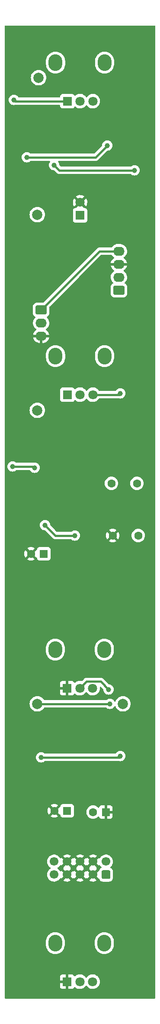
<source format=gtl>
G04 #@! TF.GenerationSoftware,KiCad,Pcbnew,6.0.5+dfsg-1~bpo11+1*
G04 #@! TF.CreationDate,2022-08-16T14:52:49+00:00*
G04 #@! TF.ProjectId,envelope_follower,656e7665-6c6f-4706-955f-666f6c6c6f77,0*
G04 #@! TF.SameCoordinates,Original*
G04 #@! TF.FileFunction,Copper,L1,Top*
G04 #@! TF.FilePolarity,Positive*
%FSLAX46Y46*%
G04 Gerber Fmt 4.6, Leading zero omitted, Abs format (unit mm)*
G04 Created by KiCad (PCBNEW 6.0.5+dfsg-1~bpo11+1) date 2022-08-16 14:52:49*
%MOMM*%
%LPD*%
G01*
G04 APERTURE LIST*
G04 #@! TA.AperFunction,ComponentPad*
%ADD10O,2.720000X3.240000*%
G04 #@! TD*
G04 #@! TA.AperFunction,ComponentPad*
%ADD11R,1.800000X1.800000*%
G04 #@! TD*
G04 #@! TA.AperFunction,ComponentPad*
%ADD12C,1.800000*%
G04 #@! TD*
G04 #@! TA.AperFunction,ComponentPad*
%ADD13C,2.000000*%
G04 #@! TD*
G04 #@! TA.AperFunction,ComponentPad*
%ADD14C,1.700000*%
G04 #@! TD*
G04 #@! TA.AperFunction,ComponentPad*
%ADD15C,1.600000*%
G04 #@! TD*
G04 #@! TA.AperFunction,ComponentPad*
%ADD16O,2.190000X1.740000*%
G04 #@! TD*
G04 #@! TA.AperFunction,ComponentPad*
%ADD17R,1.600000X1.600000*%
G04 #@! TD*
G04 #@! TA.AperFunction,ViaPad*
%ADD18C,1.000000*%
G04 #@! TD*
G04 #@! TA.AperFunction,Conductor*
%ADD19C,0.400000*%
G04 #@! TD*
G04 APERTURE END LIST*
D10*
X106400000Y-45840000D03*
X96800000Y-45840000D03*
D11*
X99100000Y-53340000D03*
D12*
X101600000Y-53340000D03*
X104100000Y-53340000D03*
D11*
X101600000Y-75570000D03*
D12*
X101600000Y-73030000D03*
D10*
X106400000Y-102990000D03*
X96800000Y-102990000D03*
D11*
X99100000Y-110490000D03*
D12*
X101600000Y-110490000D03*
X104100000Y-110490000D03*
D10*
X96760000Y-217290000D03*
X106360000Y-217290000D03*
D11*
X99060000Y-224790000D03*
D12*
X101560000Y-224790000D03*
X104060000Y-224790000D03*
D10*
X96760000Y-160140000D03*
X106360000Y-160140000D03*
D11*
X99060000Y-167640000D03*
D12*
X101560000Y-167640000D03*
X104060000Y-167640000D03*
D13*
X93218000Y-113538000D03*
G04 #@! TA.AperFunction,ComponentPad*
G36*
G01*
X107280000Y-204802500D02*
X106080000Y-204802500D01*
G75*
G02*
X105830000Y-204552500I0J250000D01*
G01*
X105830000Y-203352500D01*
G75*
G02*
X106080000Y-203102500I250000J0D01*
G01*
X107280000Y-203102500D01*
G75*
G02*
X107530000Y-203352500I0J-250000D01*
G01*
X107530000Y-204552500D01*
G75*
G02*
X107280000Y-204802500I-250000J0D01*
G01*
G37*
G04 #@! TD.AperFunction*
D14*
X106680000Y-201412500D03*
X104140000Y-203952500D03*
X104140000Y-201412500D03*
X101600000Y-203952500D03*
X101600000Y-201412500D03*
X99060000Y-203952500D03*
X99060000Y-201412500D03*
X96520000Y-203952500D03*
X96520000Y-201412500D03*
D13*
X93218000Y-75438000D03*
D15*
X112990000Y-137922000D03*
X107990000Y-137922000D03*
G04 #@! TA.AperFunction,ComponentPad*
G36*
G01*
X93135000Y-93110000D02*
X94825000Y-93110000D01*
G75*
G02*
X95075000Y-93360000I0J-250000D01*
G01*
X95075000Y-94600000D01*
G75*
G02*
X94825000Y-94850000I-250000J0D01*
G01*
X93135000Y-94850000D01*
G75*
G02*
X92885000Y-94600000I0J250000D01*
G01*
X92885000Y-93360000D01*
G75*
G02*
X93135000Y-93110000I250000J0D01*
G01*
G37*
G04 #@! TD.AperFunction*
D16*
X93980000Y-96520000D03*
X93980000Y-99060000D03*
D17*
X106640000Y-191770000D03*
D15*
X104140000Y-191770000D03*
D17*
X99060000Y-191516000D03*
D15*
X96560000Y-191516000D03*
G04 #@! TA.AperFunction,ComponentPad*
G36*
G01*
X110045000Y-91040000D02*
X108355000Y-91040000D01*
G75*
G02*
X108105000Y-90790000I0J250000D01*
G01*
X108105000Y-89550000D01*
G75*
G02*
X108355000Y-89300000I250000J0D01*
G01*
X110045000Y-89300000D01*
G75*
G02*
X110295000Y-89550000I0J-250000D01*
G01*
X110295000Y-90790000D01*
G75*
G02*
X110045000Y-91040000I-250000J0D01*
G01*
G37*
G04 #@! TD.AperFunction*
D16*
X109200000Y-87630000D03*
X109200000Y-85090000D03*
X109200000Y-82550000D03*
D13*
X93472000Y-48768000D03*
X109982000Y-170688000D03*
D17*
X94488000Y-141478000D03*
D15*
X91988000Y-141478000D03*
D13*
X93218000Y-170688000D03*
D15*
X112736000Y-127762000D03*
X107736000Y-127762000D03*
D18*
X88646000Y-53086000D03*
X109474000Y-110236000D03*
X105918000Y-119380000D03*
X95758000Y-147320000D03*
X106680000Y-147320000D03*
X112268000Y-119380000D03*
X104648000Y-138684000D03*
X100838000Y-147320000D03*
X106680000Y-182880000D03*
X96774000Y-69088000D03*
X96520000Y-182880000D03*
X106680000Y-69088000D03*
X98044000Y-139192000D03*
X98806000Y-119380000D03*
X88646000Y-119380000D03*
X92710000Y-124714000D03*
X88392000Y-124460000D03*
X109474000Y-180848000D03*
X93980000Y-181102000D03*
X100584000Y-137922000D03*
X94742000Y-135890000D03*
X112268000Y-66802000D03*
X96520000Y-65786000D03*
X107442000Y-170688000D03*
X107188000Y-167894000D03*
X106934000Y-61976000D03*
X91186000Y-64262000D03*
D19*
X88900000Y-53340000D02*
X99100000Y-53340000D01*
X88646000Y-53086000D02*
X88900000Y-53340000D01*
X109220000Y-110490000D02*
X109474000Y-110236000D01*
X104100000Y-110490000D02*
X109220000Y-110490000D01*
X92456000Y-124460000D02*
X92710000Y-124714000D01*
X88392000Y-124460000D02*
X92456000Y-124460000D01*
X93980000Y-181102000D02*
X109220000Y-181102000D01*
X109220000Y-181102000D02*
X109474000Y-180848000D01*
X94742000Y-135890000D02*
X96774000Y-137922000D01*
X96774000Y-137922000D02*
X100584000Y-137922000D01*
X97536000Y-66802000D02*
X96520000Y-65786000D01*
X112268000Y-66802000D02*
X97536000Y-66802000D01*
X93980000Y-93980000D02*
X105410000Y-82550000D01*
X105410000Y-82550000D02*
X109200000Y-82550000D01*
X93218000Y-170688000D02*
X107442000Y-170688000D01*
X102859511Y-166340489D02*
X101560000Y-167640000D01*
X105634489Y-166340489D02*
X102859511Y-166340489D01*
X107188000Y-167894000D02*
X105634489Y-166340489D01*
X106934000Y-61976000D02*
X104648000Y-64262000D01*
X104648000Y-64262000D02*
X91186000Y-64262000D01*
G04 #@! TA.AperFunction,Conductor*
G36*
X116273621Y-38628502D02*
G01*
X116320114Y-38682158D01*
X116331500Y-38734500D01*
X116331500Y-227965500D01*
X116311498Y-228033621D01*
X116257842Y-228080114D01*
X116205500Y-228091500D01*
X86994500Y-228091500D01*
X86926379Y-228071498D01*
X86879886Y-228017842D01*
X86868500Y-227965500D01*
X86868500Y-225734669D01*
X97652001Y-225734669D01*
X97652371Y-225741490D01*
X97657895Y-225792352D01*
X97661521Y-225807604D01*
X97706676Y-225928054D01*
X97715214Y-225943649D01*
X97791715Y-226045724D01*
X97804276Y-226058285D01*
X97906351Y-226134786D01*
X97921946Y-226143324D01*
X98042394Y-226188478D01*
X98057649Y-226192105D01*
X98108514Y-226197631D01*
X98115328Y-226198000D01*
X98787885Y-226198000D01*
X98803124Y-226193525D01*
X98804329Y-226192135D01*
X98806000Y-226184452D01*
X98806000Y-226179884D01*
X99314000Y-226179884D01*
X99318475Y-226195123D01*
X99319865Y-226196328D01*
X99327548Y-226197999D01*
X100004669Y-226197999D01*
X100011490Y-226197629D01*
X100062352Y-226192105D01*
X100077604Y-226188479D01*
X100198054Y-226143324D01*
X100213649Y-226134786D01*
X100315724Y-226058285D01*
X100328285Y-226045724D01*
X100404786Y-225943649D01*
X100413325Y-225928052D01*
X100425278Y-225896167D01*
X100467919Y-225839402D01*
X100534480Y-225814702D01*
X100603829Y-225829909D01*
X100623741Y-225843448D01*
X100749349Y-225947730D01*
X100949322Y-226064584D01*
X101165694Y-226147209D01*
X101170760Y-226148240D01*
X101170761Y-226148240D01*
X101223846Y-226159040D01*
X101392656Y-226193385D01*
X101523324Y-226198176D01*
X101618949Y-226201683D01*
X101618953Y-226201683D01*
X101624113Y-226201872D01*
X101629233Y-226201216D01*
X101629235Y-226201216D01*
X101728668Y-226188478D01*
X101853847Y-226172442D01*
X101858795Y-226170957D01*
X101858802Y-226170956D01*
X102070747Y-226107369D01*
X102075690Y-226105886D01*
X102156236Y-226066427D01*
X102279049Y-226006262D01*
X102279052Y-226006260D01*
X102283684Y-226003991D01*
X102472243Y-225869494D01*
X102636303Y-225706005D01*
X102705370Y-225609888D01*
X102761365Y-225566240D01*
X102832068Y-225559794D01*
X102895033Y-225592597D01*
X102915128Y-225617584D01*
X102916799Y-225620311D01*
X102916804Y-225620317D01*
X102919501Y-225624719D01*
X103071147Y-225799784D01*
X103249349Y-225947730D01*
X103449322Y-226064584D01*
X103665694Y-226147209D01*
X103670760Y-226148240D01*
X103670761Y-226148240D01*
X103723846Y-226159040D01*
X103892656Y-226193385D01*
X104023324Y-226198176D01*
X104118949Y-226201683D01*
X104118953Y-226201683D01*
X104124113Y-226201872D01*
X104129233Y-226201216D01*
X104129235Y-226201216D01*
X104228668Y-226188478D01*
X104353847Y-226172442D01*
X104358795Y-226170957D01*
X104358802Y-226170956D01*
X104570747Y-226107369D01*
X104575690Y-226105886D01*
X104656236Y-226066427D01*
X104779049Y-226006262D01*
X104779052Y-226006260D01*
X104783684Y-226003991D01*
X104972243Y-225869494D01*
X105136303Y-225706005D01*
X105271458Y-225517917D01*
X105374078Y-225310280D01*
X105441408Y-225088671D01*
X105471640Y-224859041D01*
X105473327Y-224790000D01*
X105467032Y-224713434D01*
X105454773Y-224564318D01*
X105454772Y-224564312D01*
X105454349Y-224559167D01*
X105397925Y-224334533D01*
X105305570Y-224122131D01*
X105179764Y-223927665D01*
X105023887Y-223756358D01*
X105019836Y-223753159D01*
X105019832Y-223753155D01*
X104846177Y-223616011D01*
X104846172Y-223616008D01*
X104842123Y-223612810D01*
X104837607Y-223610317D01*
X104837604Y-223610315D01*
X104643879Y-223503373D01*
X104643875Y-223503371D01*
X104639355Y-223500876D01*
X104634486Y-223499152D01*
X104634482Y-223499150D01*
X104425903Y-223425288D01*
X104425899Y-223425287D01*
X104421028Y-223423562D01*
X104415935Y-223422655D01*
X104415932Y-223422654D01*
X104198095Y-223383851D01*
X104198089Y-223383850D01*
X104193006Y-223382945D01*
X104115644Y-223382000D01*
X103966581Y-223380179D01*
X103966579Y-223380179D01*
X103961411Y-223380116D01*
X103732464Y-223415150D01*
X103512314Y-223487106D01*
X103507726Y-223489494D01*
X103507722Y-223489496D01*
X103311461Y-223591663D01*
X103306872Y-223594052D01*
X103302739Y-223597155D01*
X103302736Y-223597157D01*
X103125790Y-223730012D01*
X103121655Y-223733117D01*
X102961639Y-223900564D01*
X102914836Y-223969174D01*
X102859927Y-224014175D01*
X102789402Y-224022346D01*
X102725655Y-223991092D01*
X102704959Y-223966609D01*
X102682577Y-223932013D01*
X102682574Y-223932009D01*
X102679764Y-223927665D01*
X102523887Y-223756358D01*
X102519836Y-223753159D01*
X102519832Y-223753155D01*
X102346177Y-223616011D01*
X102346172Y-223616008D01*
X102342123Y-223612810D01*
X102337607Y-223610317D01*
X102337604Y-223610315D01*
X102143879Y-223503373D01*
X102143875Y-223503371D01*
X102139355Y-223500876D01*
X102134486Y-223499152D01*
X102134482Y-223499150D01*
X101925903Y-223425288D01*
X101925899Y-223425287D01*
X101921028Y-223423562D01*
X101915935Y-223422655D01*
X101915932Y-223422654D01*
X101698095Y-223383851D01*
X101698089Y-223383850D01*
X101693006Y-223382945D01*
X101615644Y-223382000D01*
X101466581Y-223380179D01*
X101466579Y-223380179D01*
X101461411Y-223380116D01*
X101232464Y-223415150D01*
X101012314Y-223487106D01*
X101007726Y-223489494D01*
X101007722Y-223489496D01*
X100811461Y-223591663D01*
X100806872Y-223594052D01*
X100802739Y-223597155D01*
X100802736Y-223597157D01*
X100625790Y-223730012D01*
X100621655Y-223733117D01*
X100621066Y-223732333D01*
X100561346Y-223760484D01*
X100490955Y-223751231D01*
X100436741Y-223705391D01*
X100423925Y-223680224D01*
X100413323Y-223651944D01*
X100404786Y-223636351D01*
X100328285Y-223534276D01*
X100315724Y-223521715D01*
X100213649Y-223445214D01*
X100198054Y-223436676D01*
X100077606Y-223391522D01*
X100062351Y-223387895D01*
X100011486Y-223382369D01*
X100004672Y-223382000D01*
X99332115Y-223382000D01*
X99316876Y-223386475D01*
X99315671Y-223387865D01*
X99314000Y-223395548D01*
X99314000Y-226179884D01*
X98806000Y-226179884D01*
X98806000Y-225062115D01*
X98801525Y-225046876D01*
X98800135Y-225045671D01*
X98792452Y-225044000D01*
X97670116Y-225044000D01*
X97654877Y-225048475D01*
X97653672Y-225049865D01*
X97652001Y-225057548D01*
X97652001Y-225734669D01*
X86868500Y-225734669D01*
X86868500Y-224517885D01*
X97652000Y-224517885D01*
X97656475Y-224533124D01*
X97657865Y-224534329D01*
X97665548Y-224536000D01*
X98787885Y-224536000D01*
X98803124Y-224531525D01*
X98804329Y-224530135D01*
X98806000Y-224522452D01*
X98806000Y-223400116D01*
X98801525Y-223384877D01*
X98800135Y-223383672D01*
X98792452Y-223382001D01*
X98115331Y-223382001D01*
X98108510Y-223382371D01*
X98057648Y-223387895D01*
X98042396Y-223391521D01*
X97921946Y-223436676D01*
X97906351Y-223445214D01*
X97804276Y-223521715D01*
X97791715Y-223534276D01*
X97715214Y-223636351D01*
X97706676Y-223651946D01*
X97661522Y-223772394D01*
X97657895Y-223787649D01*
X97652369Y-223838514D01*
X97652000Y-223845328D01*
X97652000Y-224517885D01*
X86868500Y-224517885D01*
X86868500Y-217618884D01*
X94891500Y-217618884D01*
X94891665Y-217621152D01*
X94891665Y-217621164D01*
X94899725Y-217732238D01*
X94906125Y-217820451D01*
X94907109Y-217824906D01*
X94907109Y-217824909D01*
X94946482Y-218003240D01*
X94964585Y-218085237D01*
X95060655Y-218338810D01*
X95192324Y-218575859D01*
X95356833Y-218791417D01*
X95550736Y-218980970D01*
X95769972Y-219140547D01*
X96009947Y-219266804D01*
X96014248Y-219268323D01*
X96014253Y-219268325D01*
X96147087Y-219315233D01*
X96265634Y-219357096D01*
X96363653Y-219376415D01*
X96527206Y-219408652D01*
X96527212Y-219408653D01*
X96531678Y-219409533D01*
X96536232Y-219409760D01*
X96536234Y-219409760D01*
X96797936Y-219422789D01*
X96797942Y-219422789D01*
X96802505Y-219423016D01*
X97072441Y-219397262D01*
X97076870Y-219396178D01*
X97076877Y-219396177D01*
X97236584Y-219357096D01*
X97335832Y-219332810D01*
X97495039Y-219268325D01*
X97582931Y-219232725D01*
X97582932Y-219232725D01*
X97587160Y-219231012D01*
X97821161Y-219093999D01*
X98032932Y-218924641D01*
X98154399Y-218794612D01*
X98214921Y-218729824D01*
X98214923Y-218729821D01*
X98218037Y-218726488D01*
X98372598Y-218503688D01*
X98454624Y-218338810D01*
X98491346Y-218264997D01*
X98491347Y-218264994D01*
X98493379Y-218260910D01*
X98577847Y-218003240D01*
X98624235Y-217736075D01*
X98628500Y-217650400D01*
X98628500Y-217618884D01*
X104491500Y-217618884D01*
X104491665Y-217621152D01*
X104491665Y-217621164D01*
X104499725Y-217732238D01*
X104506125Y-217820451D01*
X104507109Y-217824906D01*
X104507109Y-217824909D01*
X104546482Y-218003240D01*
X104564585Y-218085237D01*
X104660655Y-218338810D01*
X104792324Y-218575859D01*
X104956833Y-218791417D01*
X105150736Y-218980970D01*
X105369972Y-219140547D01*
X105609947Y-219266804D01*
X105614248Y-219268323D01*
X105614253Y-219268325D01*
X105747087Y-219315233D01*
X105865634Y-219357096D01*
X105963653Y-219376415D01*
X106127206Y-219408652D01*
X106127212Y-219408653D01*
X106131678Y-219409533D01*
X106136232Y-219409760D01*
X106136234Y-219409760D01*
X106397936Y-219422789D01*
X106397942Y-219422789D01*
X106402505Y-219423016D01*
X106672441Y-219397262D01*
X106676870Y-219396178D01*
X106676877Y-219396177D01*
X106836584Y-219357096D01*
X106935832Y-219332810D01*
X107095039Y-219268325D01*
X107182931Y-219232725D01*
X107182932Y-219232725D01*
X107187160Y-219231012D01*
X107421161Y-219093999D01*
X107632932Y-218924641D01*
X107754399Y-218794612D01*
X107814921Y-218729824D01*
X107814923Y-218729821D01*
X107818037Y-218726488D01*
X107972598Y-218503688D01*
X108054624Y-218338810D01*
X108091346Y-218264997D01*
X108091347Y-218264994D01*
X108093379Y-218260910D01*
X108177847Y-218003240D01*
X108224235Y-217736075D01*
X108228500Y-217650400D01*
X108228500Y-216961116D01*
X108226328Y-216931170D01*
X108214205Y-216764100D01*
X108213875Y-216759549D01*
X108212891Y-216755091D01*
X108156400Y-216499223D01*
X108156399Y-216499219D01*
X108155415Y-216494763D01*
X108059345Y-216241190D01*
X107927676Y-216004141D01*
X107763167Y-215788583D01*
X107569264Y-215599030D01*
X107350028Y-215439453D01*
X107110053Y-215313196D01*
X107105752Y-215311677D01*
X107105747Y-215311675D01*
X106927998Y-215248906D01*
X106854366Y-215222904D01*
X106756347Y-215203585D01*
X106592794Y-215171348D01*
X106592788Y-215171347D01*
X106588322Y-215170467D01*
X106583768Y-215170240D01*
X106583766Y-215170240D01*
X106322064Y-215157211D01*
X106322058Y-215157211D01*
X106317495Y-215156984D01*
X106047559Y-215182738D01*
X106043130Y-215183822D01*
X106043123Y-215183823D01*
X105913069Y-215215648D01*
X105784168Y-215247190D01*
X105779933Y-215248905D01*
X105779931Y-215248906D01*
X105537069Y-215347275D01*
X105532840Y-215348988D01*
X105298839Y-215486001D01*
X105087068Y-215655359D01*
X105083947Y-215658700D01*
X104959224Y-215792215D01*
X104901963Y-215853512D01*
X104747402Y-216076312D01*
X104745374Y-216080388D01*
X104745373Y-216080390D01*
X104663252Y-216245460D01*
X104626621Y-216319090D01*
X104542153Y-216576760D01*
X104495765Y-216843925D01*
X104491500Y-216929600D01*
X104491500Y-217618884D01*
X98628500Y-217618884D01*
X98628500Y-216961116D01*
X98626328Y-216931170D01*
X98614205Y-216764100D01*
X98613875Y-216759549D01*
X98612891Y-216755091D01*
X98556400Y-216499223D01*
X98556399Y-216499219D01*
X98555415Y-216494763D01*
X98459345Y-216241190D01*
X98327676Y-216004141D01*
X98163167Y-215788583D01*
X97969264Y-215599030D01*
X97750028Y-215439453D01*
X97510053Y-215313196D01*
X97505752Y-215311677D01*
X97505747Y-215311675D01*
X97327998Y-215248906D01*
X97254366Y-215222904D01*
X97156347Y-215203585D01*
X96992794Y-215171348D01*
X96992788Y-215171347D01*
X96988322Y-215170467D01*
X96983768Y-215170240D01*
X96983766Y-215170240D01*
X96722064Y-215157211D01*
X96722058Y-215157211D01*
X96717495Y-215156984D01*
X96447559Y-215182738D01*
X96443130Y-215183822D01*
X96443123Y-215183823D01*
X96313069Y-215215648D01*
X96184168Y-215247190D01*
X96179933Y-215248905D01*
X96179931Y-215248906D01*
X95937069Y-215347275D01*
X95932840Y-215348988D01*
X95698839Y-215486001D01*
X95487068Y-215655359D01*
X95483947Y-215658700D01*
X95359224Y-215792215D01*
X95301963Y-215853512D01*
X95147402Y-216076312D01*
X95145374Y-216080388D01*
X95145373Y-216080390D01*
X95063252Y-216245460D01*
X95026621Y-216319090D01*
X94942153Y-216576760D01*
X94895765Y-216843925D01*
X94891500Y-216929600D01*
X94891500Y-217618884D01*
X86868500Y-217618884D01*
X86868500Y-203919195D01*
X95157251Y-203919195D01*
X95157548Y-203924348D01*
X95157548Y-203924351D01*
X95159910Y-203965312D01*
X95170110Y-204142215D01*
X95171247Y-204147261D01*
X95171248Y-204147267D01*
X95192275Y-204240569D01*
X95219222Y-204360139D01*
X95303266Y-204567116D01*
X95340072Y-204627178D01*
X95390008Y-204708666D01*
X95419987Y-204757588D01*
X95566250Y-204926438D01*
X95738126Y-205069132D01*
X95931000Y-205181838D01*
X96139692Y-205261530D01*
X96144760Y-205262561D01*
X96144763Y-205262562D01*
X96249604Y-205283892D01*
X96358597Y-205306067D01*
X96363772Y-205306257D01*
X96363774Y-205306257D01*
X96576673Y-205314064D01*
X96576677Y-205314064D01*
X96581837Y-205314253D01*
X96586957Y-205313597D01*
X96586959Y-205313597D01*
X96798288Y-205286525D01*
X96798289Y-205286525D01*
X96803416Y-205285868D01*
X96808366Y-205284383D01*
X97012429Y-205223161D01*
X97012434Y-205223159D01*
X97017384Y-205221674D01*
X97217994Y-205123396D01*
X97282544Y-205077353D01*
X98299977Y-205077353D01*
X98305258Y-205084407D01*
X98466756Y-205178779D01*
X98476042Y-205183229D01*
X98675001Y-205259203D01*
X98684899Y-205262079D01*
X98893595Y-205304538D01*
X98903823Y-205305757D01*
X99116650Y-205313562D01*
X99126936Y-205313095D01*
X99338185Y-205286034D01*
X99348262Y-205283892D01*
X99552255Y-205222691D01*
X99561842Y-205218933D01*
X99753098Y-205125238D01*
X99761944Y-205119965D01*
X99809247Y-205086223D01*
X99816211Y-205077353D01*
X100839977Y-205077353D01*
X100845258Y-205084407D01*
X101006756Y-205178779D01*
X101016042Y-205183229D01*
X101215001Y-205259203D01*
X101224899Y-205262079D01*
X101433595Y-205304538D01*
X101443823Y-205305757D01*
X101656650Y-205313562D01*
X101666936Y-205313095D01*
X101878185Y-205286034D01*
X101888262Y-205283892D01*
X102092255Y-205222691D01*
X102101842Y-205218933D01*
X102293098Y-205125238D01*
X102301944Y-205119965D01*
X102349247Y-205086223D01*
X102356211Y-205077353D01*
X103379977Y-205077353D01*
X103385258Y-205084407D01*
X103546756Y-205178779D01*
X103556042Y-205183229D01*
X103755001Y-205259203D01*
X103764899Y-205262079D01*
X103973595Y-205304538D01*
X103983823Y-205305757D01*
X104196650Y-205313562D01*
X104206936Y-205313095D01*
X104418185Y-205286034D01*
X104428262Y-205283892D01*
X104632255Y-205222691D01*
X104641842Y-205218933D01*
X104833098Y-205125238D01*
X104841944Y-205119965D01*
X104889247Y-205086223D01*
X104897648Y-205075523D01*
X104890660Y-205062370D01*
X104152812Y-204324522D01*
X104138868Y-204316908D01*
X104137035Y-204317039D01*
X104130420Y-204321290D01*
X103386737Y-205064973D01*
X103379977Y-205077353D01*
X102356211Y-205077353D01*
X102357648Y-205075523D01*
X102350660Y-205062370D01*
X101612812Y-204324522D01*
X101598868Y-204316908D01*
X101597035Y-204317039D01*
X101590420Y-204321290D01*
X100846737Y-205064973D01*
X100839977Y-205077353D01*
X99816211Y-205077353D01*
X99817648Y-205075523D01*
X99810660Y-205062370D01*
X99072812Y-204324522D01*
X99058868Y-204316908D01*
X99057035Y-204317039D01*
X99050420Y-204321290D01*
X98306737Y-205064973D01*
X98299977Y-205077353D01*
X97282544Y-205077353D01*
X97399860Y-204993673D01*
X97558096Y-204835989D01*
X97584430Y-204799342D01*
X97688453Y-204654577D01*
X97689640Y-204655430D01*
X97736960Y-204611862D01*
X97806897Y-204599645D01*
X97872338Y-204627178D01*
X97900166Y-204659012D01*
X97926459Y-204701919D01*
X97936916Y-204711380D01*
X97945694Y-204707596D01*
X98687978Y-203965312D01*
X98694356Y-203953632D01*
X99424408Y-203953632D01*
X99424539Y-203955465D01*
X99428790Y-203962080D01*
X100170474Y-204703764D01*
X100182484Y-204710323D01*
X100194223Y-204701355D01*
X100228022Y-204654319D01*
X100229149Y-204655129D01*
X100276659Y-204611381D01*
X100346596Y-204599161D01*
X100412038Y-204626691D01*
X100439870Y-204658529D01*
X100466459Y-204701919D01*
X100476916Y-204711380D01*
X100485694Y-204707596D01*
X101227978Y-203965312D01*
X101234356Y-203953632D01*
X101964408Y-203953632D01*
X101964539Y-203955465D01*
X101968790Y-203962080D01*
X102710474Y-204703764D01*
X102722484Y-204710323D01*
X102734223Y-204701355D01*
X102768022Y-204654319D01*
X102769149Y-204655129D01*
X102816659Y-204611381D01*
X102886596Y-204599161D01*
X102952038Y-204626691D01*
X102979870Y-204658529D01*
X103006459Y-204701919D01*
X103016916Y-204711380D01*
X103025694Y-204707596D01*
X103767978Y-203965312D01*
X103774356Y-203953632D01*
X104504408Y-203953632D01*
X104504539Y-203955465D01*
X104508790Y-203962080D01*
X105250474Y-204703764D01*
X105290998Y-204725893D01*
X105303589Y-204728632D01*
X105353791Y-204778835D01*
X105362726Y-204799342D01*
X105388450Y-204876446D01*
X105481522Y-205026848D01*
X105606697Y-205151805D01*
X105612927Y-205155645D01*
X105612928Y-205155646D01*
X105750090Y-205240194D01*
X105757262Y-205244615D01*
X105809915Y-205262079D01*
X105918611Y-205298132D01*
X105918613Y-205298132D01*
X105925139Y-205300297D01*
X105931975Y-205300997D01*
X105931978Y-205300998D01*
X105966531Y-205304538D01*
X106029600Y-205311000D01*
X107330400Y-205311000D01*
X107333646Y-205310663D01*
X107333650Y-205310663D01*
X107429308Y-205300738D01*
X107429312Y-205300737D01*
X107436166Y-205300026D01*
X107442702Y-205297845D01*
X107442704Y-205297845D01*
X107574806Y-205253772D01*
X107603946Y-205244050D01*
X107754348Y-205150978D01*
X107879305Y-205025803D01*
X107901357Y-204990029D01*
X107968275Y-204881468D01*
X107968276Y-204881466D01*
X107972115Y-204875238D01*
X108027797Y-204707361D01*
X108038500Y-204602900D01*
X108038500Y-203302100D01*
X108038077Y-203298023D01*
X108028238Y-203203192D01*
X108028237Y-203203188D01*
X108027526Y-203196334D01*
X107993598Y-203094638D01*
X107973868Y-203035502D01*
X107971550Y-203028554D01*
X107878478Y-202878152D01*
X107753303Y-202753195D01*
X107738166Y-202743864D01*
X107660284Y-202695857D01*
X107602738Y-202660385D01*
X107595785Y-202658079D01*
X107594904Y-202657668D01*
X107541618Y-202610752D01*
X107522156Y-202542475D01*
X107542696Y-202474515D01*
X107560529Y-202454344D01*
X107559860Y-202453673D01*
X107714435Y-202299637D01*
X107718096Y-202295989D01*
X107777594Y-202213189D01*
X107845435Y-202118777D01*
X107848453Y-202114577D01*
X107861995Y-202087178D01*
X107945136Y-201918953D01*
X107945137Y-201918951D01*
X107947430Y-201914311D01*
X108012370Y-201700569D01*
X108041529Y-201479090D01*
X108043156Y-201412500D01*
X108024852Y-201189861D01*
X107970431Y-200973202D01*
X107881354Y-200768340D01*
X107760014Y-200580777D01*
X107609670Y-200415551D01*
X107605619Y-200412352D01*
X107605615Y-200412348D01*
X107438414Y-200280300D01*
X107438410Y-200280298D01*
X107434359Y-200277098D01*
X107238789Y-200169138D01*
X107233920Y-200167414D01*
X107233916Y-200167412D01*
X107033087Y-200096295D01*
X107033083Y-200096294D01*
X107028212Y-200094569D01*
X107023119Y-200093662D01*
X107023116Y-200093661D01*
X106813373Y-200056300D01*
X106813367Y-200056299D01*
X106808284Y-200055394D01*
X106734452Y-200054492D01*
X106590081Y-200052728D01*
X106590079Y-200052728D01*
X106584911Y-200052665D01*
X106364091Y-200086455D01*
X106151756Y-200155857D01*
X105953607Y-200259007D01*
X105949474Y-200262110D01*
X105949471Y-200262112D01*
X105779100Y-200390030D01*
X105774965Y-200393135D01*
X105620629Y-200554638D01*
X105547693Y-200661559D01*
X105512898Y-200712566D01*
X105457987Y-200757569D01*
X105387462Y-200765740D01*
X105323715Y-200734486D01*
X105303017Y-200710001D01*
X105273062Y-200663697D01*
X105262377Y-200654495D01*
X105252812Y-200658898D01*
X104512022Y-201399688D01*
X104504408Y-201413632D01*
X104504539Y-201415465D01*
X104508790Y-201422080D01*
X105250474Y-202163764D01*
X105262484Y-202170323D01*
X105274223Y-202161355D01*
X105308022Y-202114319D01*
X105309277Y-202115221D01*
X105356391Y-202071855D01*
X105426330Y-202059648D01*
X105491767Y-202087191D01*
X105519580Y-202119013D01*
X105577287Y-202213183D01*
X105577291Y-202213188D01*
X105579987Y-202217588D01*
X105726250Y-202386438D01*
X105796344Y-202444631D01*
X105835979Y-202503533D01*
X105837477Y-202574514D01*
X105800363Y-202635037D01*
X105769312Y-202655675D01*
X105762996Y-202658634D01*
X105756054Y-202660950D01*
X105605652Y-202754022D01*
X105480695Y-202879197D01*
X105476855Y-202885427D01*
X105476854Y-202885428D01*
X105433630Y-202955551D01*
X105387885Y-203029762D01*
X105385581Y-203036709D01*
X105363236Y-203104077D01*
X105322806Y-203162437D01*
X105296330Y-203178866D01*
X105252811Y-203198899D01*
X104512022Y-203939688D01*
X104504408Y-203953632D01*
X103774356Y-203953632D01*
X103775592Y-203951368D01*
X103775461Y-203949535D01*
X103771210Y-203942920D01*
X103029849Y-203201559D01*
X103018313Y-203195259D01*
X103006028Y-203204884D01*
X102973192Y-203253020D01*
X102918281Y-203298023D01*
X102847756Y-203306194D01*
X102784009Y-203274940D01*
X102763311Y-203250455D01*
X102733062Y-203203697D01*
X102722377Y-203194495D01*
X102712812Y-203198898D01*
X101972022Y-203939688D01*
X101964408Y-203953632D01*
X101234356Y-203953632D01*
X101235592Y-203951368D01*
X101235461Y-203949535D01*
X101231210Y-203942920D01*
X100489849Y-203201559D01*
X100478313Y-203195259D01*
X100466028Y-203204884D01*
X100433192Y-203253020D01*
X100378281Y-203298023D01*
X100307756Y-203306194D01*
X100244009Y-203274940D01*
X100223311Y-203250455D01*
X100193062Y-203203697D01*
X100182377Y-203194495D01*
X100172812Y-203198898D01*
X99432022Y-203939688D01*
X99424408Y-203953632D01*
X98694356Y-203953632D01*
X98695592Y-203951368D01*
X98695461Y-203949535D01*
X98691210Y-203942920D01*
X97949849Y-203201559D01*
X97938313Y-203195259D01*
X97926031Y-203204882D01*
X97893499Y-203252572D01*
X97838587Y-203297575D01*
X97768063Y-203305746D01*
X97704316Y-203274492D01*
X97683618Y-203250008D01*
X97602822Y-203125117D01*
X97602820Y-203125114D01*
X97600014Y-203120777D01*
X97449670Y-202955551D01*
X97445619Y-202952352D01*
X97445615Y-202952348D01*
X97278414Y-202820300D01*
X97278410Y-202820298D01*
X97274359Y-202817098D01*
X97233053Y-202794296D01*
X97183084Y-202743864D01*
X97168312Y-202674421D01*
X97193428Y-202608016D01*
X97220780Y-202581409D01*
X97282544Y-202537353D01*
X98299977Y-202537353D01*
X98305258Y-202544407D01*
X98352479Y-202572001D01*
X98401203Y-202623639D01*
X98414274Y-202693422D01*
X98387543Y-202759194D01*
X98347087Y-202792553D01*
X98338466Y-202797041D01*
X98329734Y-202802539D01*
X98309677Y-202817599D01*
X98301223Y-202828927D01*
X98307968Y-202841258D01*
X99047188Y-203580478D01*
X99061132Y-203588092D01*
X99062965Y-203587961D01*
X99069580Y-203583710D01*
X99813389Y-202839901D01*
X99820410Y-202827044D01*
X99813611Y-202817713D01*
X99809559Y-202815021D01*
X99772116Y-202794352D01*
X99722145Y-202743920D01*
X99707373Y-202674477D01*
X99732489Y-202608072D01*
X99759840Y-202581465D01*
X99809247Y-202546223D01*
X99816211Y-202537353D01*
X100839977Y-202537353D01*
X100845258Y-202544407D01*
X100892479Y-202572001D01*
X100941203Y-202623639D01*
X100954274Y-202693422D01*
X100927543Y-202759194D01*
X100887087Y-202792553D01*
X100878466Y-202797041D01*
X100869734Y-202802539D01*
X100849677Y-202817599D01*
X100841223Y-202828927D01*
X100847968Y-202841258D01*
X101587188Y-203580478D01*
X101601132Y-203588092D01*
X101602965Y-203587961D01*
X101609580Y-203583710D01*
X102353389Y-202839901D01*
X102360410Y-202827044D01*
X102353611Y-202817713D01*
X102349559Y-202815021D01*
X102312116Y-202794352D01*
X102262145Y-202743920D01*
X102247373Y-202674477D01*
X102272489Y-202608072D01*
X102299840Y-202581465D01*
X102349247Y-202546223D01*
X102356211Y-202537353D01*
X103379977Y-202537353D01*
X103385258Y-202544407D01*
X103432479Y-202572001D01*
X103481203Y-202623639D01*
X103494274Y-202693422D01*
X103467543Y-202759194D01*
X103427087Y-202792553D01*
X103418466Y-202797041D01*
X103409734Y-202802539D01*
X103389677Y-202817599D01*
X103381223Y-202828927D01*
X103387968Y-202841258D01*
X104127188Y-203580478D01*
X104141132Y-203588092D01*
X104142965Y-203587961D01*
X104149580Y-203583710D01*
X104893389Y-202839901D01*
X104900410Y-202827044D01*
X104893611Y-202817713D01*
X104889559Y-202815021D01*
X104852116Y-202794352D01*
X104802145Y-202743920D01*
X104787373Y-202674477D01*
X104812489Y-202608072D01*
X104839840Y-202581465D01*
X104889247Y-202546223D01*
X104897648Y-202535523D01*
X104890660Y-202522370D01*
X104152812Y-201784522D01*
X104138868Y-201776908D01*
X104137035Y-201777039D01*
X104130420Y-201781290D01*
X103386737Y-202524973D01*
X103379977Y-202537353D01*
X102356211Y-202537353D01*
X102357648Y-202535523D01*
X102350660Y-202522370D01*
X101612812Y-201784522D01*
X101598868Y-201776908D01*
X101597035Y-201777039D01*
X101590420Y-201781290D01*
X100846737Y-202524973D01*
X100839977Y-202537353D01*
X99816211Y-202537353D01*
X99817648Y-202535523D01*
X99810660Y-202522370D01*
X99072812Y-201784522D01*
X99058868Y-201776908D01*
X99057035Y-201777039D01*
X99050420Y-201781290D01*
X98306737Y-202524973D01*
X98299977Y-202537353D01*
X97282544Y-202537353D01*
X97285110Y-202535523D01*
X97399860Y-202453673D01*
X97558096Y-202295989D01*
X97617594Y-202213189D01*
X97688453Y-202114577D01*
X97689640Y-202115430D01*
X97736960Y-202071862D01*
X97806897Y-202059645D01*
X97872338Y-202087178D01*
X97900166Y-202119012D01*
X97926459Y-202161919D01*
X97936916Y-202171380D01*
X97945694Y-202167596D01*
X98687978Y-201425312D01*
X98694356Y-201413632D01*
X99424408Y-201413632D01*
X99424539Y-201415465D01*
X99428790Y-201422080D01*
X100170474Y-202163764D01*
X100182484Y-202170323D01*
X100194223Y-202161355D01*
X100228022Y-202114319D01*
X100229149Y-202115129D01*
X100276659Y-202071381D01*
X100346596Y-202059161D01*
X100412038Y-202086691D01*
X100439870Y-202118529D01*
X100466459Y-202161919D01*
X100476916Y-202171380D01*
X100485694Y-202167596D01*
X101227978Y-201425312D01*
X101234356Y-201413632D01*
X101964408Y-201413632D01*
X101964539Y-201415465D01*
X101968790Y-201422080D01*
X102710474Y-202163764D01*
X102722484Y-202170323D01*
X102734223Y-202161355D01*
X102768022Y-202114319D01*
X102769149Y-202115129D01*
X102816659Y-202071381D01*
X102886596Y-202059161D01*
X102952038Y-202086691D01*
X102979870Y-202118529D01*
X103006459Y-202161919D01*
X103016916Y-202171380D01*
X103025694Y-202167596D01*
X103767978Y-201425312D01*
X103775592Y-201411368D01*
X103775461Y-201409535D01*
X103771210Y-201402920D01*
X103029849Y-200661559D01*
X103018313Y-200655259D01*
X103006028Y-200664884D01*
X102973192Y-200713020D01*
X102918281Y-200758023D01*
X102847756Y-200766194D01*
X102784009Y-200734940D01*
X102763311Y-200710455D01*
X102733062Y-200663697D01*
X102722377Y-200654495D01*
X102712812Y-200658898D01*
X101972022Y-201399688D01*
X101964408Y-201413632D01*
X101234356Y-201413632D01*
X101235592Y-201411368D01*
X101235461Y-201409535D01*
X101231210Y-201402920D01*
X100489849Y-200661559D01*
X100478313Y-200655259D01*
X100466028Y-200664884D01*
X100433192Y-200713020D01*
X100378281Y-200758023D01*
X100307756Y-200766194D01*
X100244009Y-200734940D01*
X100223311Y-200710455D01*
X100193062Y-200663697D01*
X100182377Y-200654495D01*
X100172812Y-200658898D01*
X99432022Y-201399688D01*
X99424408Y-201413632D01*
X98694356Y-201413632D01*
X98695592Y-201411368D01*
X98695461Y-201409535D01*
X98691210Y-201402920D01*
X97949849Y-200661559D01*
X97938313Y-200655259D01*
X97926031Y-200664882D01*
X97893499Y-200712572D01*
X97838587Y-200757575D01*
X97768063Y-200765746D01*
X97704316Y-200734492D01*
X97683618Y-200710008D01*
X97602822Y-200585117D01*
X97602820Y-200585114D01*
X97600014Y-200580777D01*
X97449670Y-200415551D01*
X97445619Y-200412352D01*
X97445615Y-200412348D01*
X97289338Y-200288927D01*
X98301223Y-200288927D01*
X98307968Y-200301258D01*
X99047188Y-201040478D01*
X99061132Y-201048092D01*
X99062965Y-201047961D01*
X99069580Y-201043710D01*
X99813389Y-200299901D01*
X99819382Y-200288927D01*
X100841223Y-200288927D01*
X100847968Y-200301258D01*
X101587188Y-201040478D01*
X101601132Y-201048092D01*
X101602965Y-201047961D01*
X101609580Y-201043710D01*
X102353389Y-200299901D01*
X102359382Y-200288927D01*
X103381223Y-200288927D01*
X103387968Y-200301258D01*
X104127188Y-201040478D01*
X104141132Y-201048092D01*
X104142965Y-201047961D01*
X104149580Y-201043710D01*
X104893389Y-200299901D01*
X104900410Y-200287044D01*
X104893611Y-200277713D01*
X104889554Y-200275018D01*
X104703117Y-200172099D01*
X104693705Y-200167869D01*
X104492959Y-200096780D01*
X104482989Y-200094146D01*
X104273327Y-200056801D01*
X104263073Y-200055831D01*
X104050116Y-200053228D01*
X104039832Y-200053948D01*
X103829321Y-200086161D01*
X103819293Y-200088550D01*
X103616868Y-200154712D01*
X103607359Y-200158709D01*
X103418466Y-200257040D01*
X103409734Y-200262539D01*
X103389677Y-200277599D01*
X103381223Y-200288927D01*
X102359382Y-200288927D01*
X102360410Y-200287044D01*
X102353611Y-200277713D01*
X102349554Y-200275018D01*
X102163117Y-200172099D01*
X102153705Y-200167869D01*
X101952959Y-200096780D01*
X101942989Y-200094146D01*
X101733327Y-200056801D01*
X101723073Y-200055831D01*
X101510116Y-200053228D01*
X101499832Y-200053948D01*
X101289321Y-200086161D01*
X101279293Y-200088550D01*
X101076868Y-200154712D01*
X101067359Y-200158709D01*
X100878466Y-200257040D01*
X100869734Y-200262539D01*
X100849677Y-200277599D01*
X100841223Y-200288927D01*
X99819382Y-200288927D01*
X99820410Y-200287044D01*
X99813611Y-200277713D01*
X99809554Y-200275018D01*
X99623117Y-200172099D01*
X99613705Y-200167869D01*
X99412959Y-200096780D01*
X99402989Y-200094146D01*
X99193327Y-200056801D01*
X99183073Y-200055831D01*
X98970116Y-200053228D01*
X98959832Y-200053948D01*
X98749321Y-200086161D01*
X98739293Y-200088550D01*
X98536868Y-200154712D01*
X98527359Y-200158709D01*
X98338466Y-200257040D01*
X98329734Y-200262539D01*
X98309677Y-200277599D01*
X98301223Y-200288927D01*
X97289338Y-200288927D01*
X97278414Y-200280300D01*
X97278410Y-200280298D01*
X97274359Y-200277098D01*
X97078789Y-200169138D01*
X97073920Y-200167414D01*
X97073916Y-200167412D01*
X96873087Y-200096295D01*
X96873083Y-200096294D01*
X96868212Y-200094569D01*
X96863119Y-200093662D01*
X96863116Y-200093661D01*
X96653373Y-200056300D01*
X96653367Y-200056299D01*
X96648284Y-200055394D01*
X96574452Y-200054492D01*
X96430081Y-200052728D01*
X96430079Y-200052728D01*
X96424911Y-200052665D01*
X96204091Y-200086455D01*
X95991756Y-200155857D01*
X95793607Y-200259007D01*
X95789474Y-200262110D01*
X95789471Y-200262112D01*
X95619100Y-200390030D01*
X95614965Y-200393135D01*
X95460629Y-200554638D01*
X95334743Y-200739180D01*
X95240688Y-200941805D01*
X95180989Y-201157070D01*
X95157251Y-201379195D01*
X95157548Y-201384348D01*
X95157548Y-201384351D01*
X95163011Y-201479090D01*
X95170110Y-201602215D01*
X95171247Y-201607261D01*
X95171248Y-201607267D01*
X95191119Y-201695439D01*
X95219222Y-201820139D01*
X95303266Y-202027116D01*
X95340072Y-202087178D01*
X95417288Y-202213183D01*
X95419987Y-202217588D01*
X95566250Y-202386438D01*
X95738126Y-202529132D01*
X95749063Y-202535523D01*
X95811445Y-202571976D01*
X95860169Y-202623614D01*
X95873240Y-202693397D01*
X95846509Y-202759169D01*
X95806055Y-202792527D01*
X95793607Y-202799007D01*
X95789474Y-202802110D01*
X95789471Y-202802112D01*
X95619100Y-202930030D01*
X95614965Y-202933135D01*
X95611393Y-202936873D01*
X95528580Y-203023532D01*
X95460629Y-203094638D01*
X95334743Y-203279180D01*
X95240688Y-203481805D01*
X95180989Y-203697070D01*
X95157251Y-203919195D01*
X86868500Y-203919195D01*
X86868500Y-192602062D01*
X95838493Y-192602062D01*
X95847789Y-192614077D01*
X95898994Y-192649931D01*
X95908489Y-192655414D01*
X96105947Y-192747490D01*
X96116239Y-192751236D01*
X96326688Y-192807625D01*
X96337481Y-192809528D01*
X96554525Y-192828517D01*
X96565475Y-192828517D01*
X96782519Y-192809528D01*
X96793312Y-192807625D01*
X97003761Y-192751236D01*
X97014053Y-192747490D01*
X97211511Y-192655414D01*
X97221006Y-192649931D01*
X97273048Y-192613491D01*
X97281424Y-192603012D01*
X97274356Y-192589566D01*
X96572812Y-191888022D01*
X96558868Y-191880408D01*
X96557035Y-191880539D01*
X96550420Y-191884790D01*
X95844923Y-192590287D01*
X95838493Y-192602062D01*
X86868500Y-192602062D01*
X86868500Y-191521475D01*
X95247483Y-191521475D01*
X95266472Y-191738519D01*
X95268375Y-191749312D01*
X95324764Y-191959761D01*
X95328510Y-191970053D01*
X95420586Y-192167511D01*
X95426069Y-192177006D01*
X95462509Y-192229048D01*
X95472988Y-192237424D01*
X95486434Y-192230356D01*
X96187978Y-191528812D01*
X96194356Y-191517132D01*
X96924408Y-191517132D01*
X96924539Y-191518965D01*
X96928790Y-191525580D01*
X97634287Y-192231077D01*
X97676029Y-192253871D01*
X97686029Y-192256047D01*
X97736227Y-192306253D01*
X97751451Y-192359814D01*
X97751500Y-192360717D01*
X97751500Y-192364134D01*
X97758255Y-192426316D01*
X97809385Y-192562705D01*
X97896739Y-192679261D01*
X98013295Y-192766615D01*
X98149684Y-192817745D01*
X98211866Y-192824500D01*
X99908134Y-192824500D01*
X99970316Y-192817745D01*
X100106705Y-192766615D01*
X100223261Y-192679261D01*
X100310615Y-192562705D01*
X100361745Y-192426316D01*
X100368500Y-192364134D01*
X100368500Y-191770000D01*
X102826502Y-191770000D01*
X102846457Y-191998087D01*
X102847881Y-192003400D01*
X102847881Y-192003402D01*
X102894399Y-192177006D01*
X102905716Y-192219243D01*
X102908039Y-192224224D01*
X102908039Y-192224225D01*
X103000151Y-192421762D01*
X103000154Y-192421767D01*
X103002477Y-192426749D01*
X103005634Y-192431257D01*
X103121025Y-192596052D01*
X103133802Y-192614300D01*
X103295700Y-192776198D01*
X103300208Y-192779355D01*
X103300211Y-192779357D01*
X103340582Y-192807625D01*
X103483251Y-192907523D01*
X103488233Y-192909846D01*
X103488238Y-192909849D01*
X103685775Y-193001961D01*
X103690757Y-193004284D01*
X103696065Y-193005706D01*
X103696067Y-193005707D01*
X103906598Y-193062119D01*
X103906600Y-193062119D01*
X103911913Y-193063543D01*
X104140000Y-193083498D01*
X104368087Y-193063543D01*
X104373400Y-193062119D01*
X104373402Y-193062119D01*
X104583933Y-193005707D01*
X104583935Y-193005706D01*
X104589243Y-193004284D01*
X104594225Y-193001961D01*
X104791762Y-192909849D01*
X104791767Y-192909846D01*
X104796749Y-192907523D01*
X104939418Y-192807625D01*
X104979789Y-192779357D01*
X104979792Y-192779355D01*
X104984300Y-192776198D01*
X105130420Y-192630078D01*
X105192732Y-192596052D01*
X105263547Y-192601117D01*
X105320383Y-192643664D01*
X105337683Y-192680606D01*
X105338748Y-192680207D01*
X105386676Y-192808054D01*
X105395214Y-192823649D01*
X105471715Y-192925724D01*
X105484276Y-192938285D01*
X105586351Y-193014786D01*
X105601946Y-193023324D01*
X105722394Y-193068478D01*
X105737649Y-193072105D01*
X105788514Y-193077631D01*
X105795328Y-193078000D01*
X106367885Y-193078000D01*
X106383124Y-193073525D01*
X106384329Y-193072135D01*
X106386000Y-193064452D01*
X106386000Y-193059884D01*
X106894000Y-193059884D01*
X106898475Y-193075123D01*
X106899865Y-193076328D01*
X106907548Y-193077999D01*
X107484669Y-193077999D01*
X107491490Y-193077629D01*
X107542352Y-193072105D01*
X107557604Y-193068479D01*
X107678054Y-193023324D01*
X107693649Y-193014786D01*
X107795724Y-192938285D01*
X107808285Y-192925724D01*
X107884786Y-192823649D01*
X107893324Y-192808054D01*
X107938478Y-192687606D01*
X107942105Y-192672351D01*
X107947631Y-192621486D01*
X107948000Y-192614672D01*
X107948000Y-192042115D01*
X107943525Y-192026876D01*
X107942135Y-192025671D01*
X107934452Y-192024000D01*
X106912115Y-192024000D01*
X106896876Y-192028475D01*
X106895671Y-192029865D01*
X106894000Y-192037548D01*
X106894000Y-193059884D01*
X106386000Y-193059884D01*
X106386000Y-191497885D01*
X106894000Y-191497885D01*
X106898475Y-191513124D01*
X106899865Y-191514329D01*
X106907548Y-191516000D01*
X107929884Y-191516000D01*
X107945123Y-191511525D01*
X107946328Y-191510135D01*
X107947999Y-191502452D01*
X107947999Y-190925331D01*
X107947629Y-190918510D01*
X107942105Y-190867648D01*
X107938479Y-190852396D01*
X107893324Y-190731946D01*
X107884786Y-190716351D01*
X107808285Y-190614276D01*
X107795724Y-190601715D01*
X107693649Y-190525214D01*
X107678054Y-190516676D01*
X107557606Y-190471522D01*
X107542351Y-190467895D01*
X107491486Y-190462369D01*
X107484672Y-190462000D01*
X106912115Y-190462000D01*
X106896876Y-190466475D01*
X106895671Y-190467865D01*
X106894000Y-190475548D01*
X106894000Y-191497885D01*
X106386000Y-191497885D01*
X106386000Y-190480116D01*
X106381525Y-190464877D01*
X106380135Y-190463672D01*
X106372452Y-190462001D01*
X105795331Y-190462001D01*
X105788510Y-190462371D01*
X105737648Y-190467895D01*
X105722396Y-190471521D01*
X105601946Y-190516676D01*
X105586351Y-190525214D01*
X105484276Y-190601715D01*
X105471715Y-190614276D01*
X105395214Y-190716351D01*
X105386676Y-190731946D01*
X105338748Y-190859793D01*
X105336888Y-190859096D01*
X105306869Y-190911628D01*
X105243910Y-190944442D01*
X105173206Y-190938008D01*
X105130419Y-190909921D01*
X104984300Y-190763802D01*
X104979792Y-190760645D01*
X104979789Y-190760643D01*
X104901611Y-190705902D01*
X104796749Y-190632477D01*
X104791767Y-190630154D01*
X104791762Y-190630151D01*
X104594225Y-190538039D01*
X104594224Y-190538039D01*
X104589243Y-190535716D01*
X104583935Y-190534294D01*
X104583933Y-190534293D01*
X104373402Y-190477881D01*
X104373400Y-190477881D01*
X104368087Y-190476457D01*
X104140000Y-190456502D01*
X103911913Y-190476457D01*
X103906600Y-190477881D01*
X103906598Y-190477881D01*
X103696067Y-190534293D01*
X103696065Y-190534294D01*
X103690757Y-190535716D01*
X103685776Y-190538039D01*
X103685775Y-190538039D01*
X103488238Y-190630151D01*
X103488233Y-190630154D01*
X103483251Y-190632477D01*
X103378389Y-190705902D01*
X103300211Y-190760643D01*
X103300208Y-190760645D01*
X103295700Y-190763802D01*
X103133802Y-190925700D01*
X103130645Y-190930208D01*
X103130643Y-190930211D01*
X103075902Y-191008389D01*
X103002477Y-191113251D01*
X103000154Y-191118233D01*
X103000151Y-191118238D01*
X102984598Y-191151592D01*
X102905716Y-191320757D01*
X102904294Y-191326065D01*
X102904293Y-191326067D01*
X102856833Y-191503188D01*
X102846457Y-191541913D01*
X102826502Y-191770000D01*
X100368500Y-191770000D01*
X100368500Y-190667866D01*
X100361745Y-190605684D01*
X100310615Y-190469295D01*
X100223261Y-190352739D01*
X100106705Y-190265385D01*
X99970316Y-190214255D01*
X99908134Y-190207500D01*
X98211866Y-190207500D01*
X98149684Y-190214255D01*
X98013295Y-190265385D01*
X97896739Y-190352739D01*
X97809385Y-190469295D01*
X97758255Y-190605684D01*
X97751500Y-190667866D01*
X97751500Y-190671185D01*
X97727847Y-190738110D01*
X97681844Y-190773804D01*
X97682859Y-190775734D01*
X97672000Y-190781442D01*
X97671755Y-190781632D01*
X97671597Y-190781653D01*
X97633566Y-190801644D01*
X96932022Y-191503188D01*
X96924408Y-191517132D01*
X96194356Y-191517132D01*
X96195592Y-191514868D01*
X96195461Y-191513035D01*
X96191210Y-191506420D01*
X95485713Y-190800923D01*
X95473938Y-190794493D01*
X95461923Y-190803789D01*
X95426069Y-190854994D01*
X95420586Y-190864489D01*
X95328510Y-191061947D01*
X95324764Y-191072239D01*
X95268375Y-191282688D01*
X95266472Y-191293481D01*
X95247483Y-191510525D01*
X95247483Y-191521475D01*
X86868500Y-191521475D01*
X86868500Y-190428988D01*
X95838576Y-190428988D01*
X95845644Y-190442434D01*
X96547188Y-191143978D01*
X96561132Y-191151592D01*
X96562965Y-191151461D01*
X96569580Y-191147210D01*
X97275077Y-190441713D01*
X97281507Y-190429938D01*
X97272211Y-190417923D01*
X97221006Y-190382069D01*
X97211511Y-190376586D01*
X97014053Y-190284510D01*
X97003761Y-190280764D01*
X96793312Y-190224375D01*
X96782519Y-190222472D01*
X96565475Y-190203483D01*
X96554525Y-190203483D01*
X96337481Y-190222472D01*
X96326688Y-190224375D01*
X96116239Y-190280764D01*
X96105947Y-190284510D01*
X95908489Y-190376586D01*
X95898994Y-190382069D01*
X95846952Y-190418509D01*
X95838576Y-190428988D01*
X86868500Y-190428988D01*
X86868500Y-181087851D01*
X92966719Y-181087851D01*
X92967235Y-181093995D01*
X92981640Y-181265542D01*
X92983268Y-181284934D01*
X92984967Y-181290858D01*
X93026819Y-181436813D01*
X93037783Y-181475050D01*
X93128187Y-181650956D01*
X93251035Y-181805953D01*
X93255728Y-181809947D01*
X93255729Y-181809948D01*
X93286148Y-181835836D01*
X93401650Y-181934136D01*
X93574294Y-182030624D01*
X93762392Y-182091740D01*
X93958777Y-182115158D01*
X93964912Y-182114686D01*
X93964914Y-182114686D01*
X94149830Y-182100457D01*
X94149834Y-182100456D01*
X94155972Y-182099984D01*
X94346463Y-182046798D01*
X94351967Y-182044018D01*
X94351969Y-182044017D01*
X94517495Y-181960404D01*
X94517497Y-181960403D01*
X94522996Y-181957625D01*
X94677119Y-181837211D01*
X94743113Y-181811033D01*
X94754692Y-181810500D01*
X109152599Y-181810500D01*
X109191536Y-181816667D01*
X109256392Y-181837740D01*
X109452777Y-181861158D01*
X109458912Y-181860686D01*
X109458914Y-181860686D01*
X109643830Y-181846457D01*
X109643834Y-181846456D01*
X109649972Y-181845984D01*
X109840463Y-181792798D01*
X109845967Y-181790018D01*
X109845969Y-181790017D01*
X110011495Y-181706404D01*
X110011497Y-181706403D01*
X110016996Y-181703625D01*
X110172847Y-181581861D01*
X110302078Y-181432145D01*
X110399769Y-181260179D01*
X110462197Y-181072513D01*
X110486985Y-180876295D01*
X110487380Y-180848000D01*
X110468080Y-180651167D01*
X110410916Y-180461831D01*
X110318066Y-180287204D01*
X110218615Y-180165265D01*
X110196960Y-180138713D01*
X110196957Y-180138710D01*
X110193065Y-180133938D01*
X110186724Y-180128692D01*
X110045425Y-180011799D01*
X110045421Y-180011797D01*
X110040675Y-180007870D01*
X109866701Y-179913802D01*
X109677768Y-179855318D01*
X109671643Y-179854674D01*
X109671642Y-179854674D01*
X109487204Y-179835289D01*
X109487202Y-179835289D01*
X109481075Y-179834645D01*
X109398576Y-179842153D01*
X109290251Y-179852011D01*
X109290248Y-179852012D01*
X109284112Y-179852570D01*
X109278206Y-179854308D01*
X109278202Y-179854309D01*
X109173076Y-179885249D01*
X109094381Y-179908410D01*
X109088923Y-179911263D01*
X109088919Y-179911265D01*
X108998147Y-179958720D01*
X108919110Y-180000040D01*
X108764975Y-180123968D01*
X108637846Y-180275474D01*
X108634876Y-180280877D01*
X108634875Y-180280878D01*
X108608859Y-180328201D01*
X108558513Y-180378260D01*
X108498444Y-180393500D01*
X94751151Y-180393500D01*
X94683030Y-180373498D01*
X94670836Y-180364585D01*
X94551425Y-180265799D01*
X94551421Y-180265797D01*
X94546675Y-180261870D01*
X94372701Y-180167802D01*
X94183768Y-180109318D01*
X94177643Y-180108674D01*
X94177642Y-180108674D01*
X93993204Y-180089289D01*
X93993202Y-180089289D01*
X93987075Y-180088645D01*
X93904576Y-180096153D01*
X93796251Y-180106011D01*
X93796248Y-180106012D01*
X93790112Y-180106570D01*
X93784206Y-180108308D01*
X93784202Y-180108309D01*
X93697122Y-180133938D01*
X93600381Y-180162410D01*
X93594923Y-180165263D01*
X93594919Y-180165265D01*
X93504147Y-180212720D01*
X93425110Y-180254040D01*
X93270975Y-180377968D01*
X93143846Y-180529474D01*
X93140879Y-180534872D01*
X93140875Y-180534877D01*
X93080190Y-180645264D01*
X93048567Y-180702787D01*
X93046706Y-180708654D01*
X93046705Y-180708656D01*
X93001385Y-180851523D01*
X92988765Y-180891306D01*
X92966719Y-181087851D01*
X86868500Y-181087851D01*
X86868500Y-170688000D01*
X91704835Y-170688000D01*
X91723465Y-170924711D01*
X91778895Y-171155594D01*
X91780788Y-171160165D01*
X91780789Y-171160167D01*
X91827172Y-171272145D01*
X91869760Y-171374963D01*
X91872346Y-171379183D01*
X91991241Y-171573202D01*
X91991245Y-171573208D01*
X91993824Y-171577416D01*
X92148031Y-171757969D01*
X92328584Y-171912176D01*
X92332792Y-171914755D01*
X92332798Y-171914759D01*
X92526817Y-172033654D01*
X92531037Y-172036240D01*
X92535607Y-172038133D01*
X92535611Y-172038135D01*
X92745833Y-172125211D01*
X92750406Y-172127105D01*
X92830609Y-172146360D01*
X92976476Y-172181380D01*
X92976482Y-172181381D01*
X92981289Y-172182535D01*
X93218000Y-172201165D01*
X93454711Y-172182535D01*
X93459518Y-172181381D01*
X93459524Y-172181380D01*
X93605391Y-172146360D01*
X93685594Y-172127105D01*
X93690167Y-172125211D01*
X93900389Y-172038135D01*
X93900393Y-172038133D01*
X93904963Y-172036240D01*
X93909183Y-172033654D01*
X94103202Y-171914759D01*
X94103208Y-171914755D01*
X94107416Y-171912176D01*
X94287969Y-171757969D01*
X94442176Y-171577416D01*
X94444758Y-171573202D01*
X94444765Y-171573193D01*
X94516174Y-171456665D01*
X94568821Y-171409034D01*
X94623606Y-171396500D01*
X106672019Y-171396500D01*
X106740140Y-171416502D01*
X106753682Y-171426546D01*
X106863650Y-171520136D01*
X107036294Y-171616624D01*
X107224392Y-171677740D01*
X107420777Y-171701158D01*
X107426912Y-171700686D01*
X107426914Y-171700686D01*
X107611830Y-171686457D01*
X107611834Y-171686456D01*
X107617972Y-171685984D01*
X107808463Y-171632798D01*
X107813967Y-171630018D01*
X107813969Y-171630017D01*
X107979495Y-171546404D01*
X107979497Y-171546403D01*
X107984996Y-171543625D01*
X108116146Y-171441160D01*
X108135991Y-171425655D01*
X108140847Y-171421861D01*
X108270078Y-171272145D01*
X108328452Y-171169389D01*
X108379490Y-171120040D01*
X108449108Y-171106117D01*
X108515202Y-171132043D01*
X108554416Y-171183409D01*
X108591172Y-171272145D01*
X108633760Y-171374963D01*
X108636346Y-171379183D01*
X108755241Y-171573202D01*
X108755245Y-171573208D01*
X108757824Y-171577416D01*
X108912031Y-171757969D01*
X109092584Y-171912176D01*
X109096792Y-171914755D01*
X109096798Y-171914759D01*
X109290817Y-172033654D01*
X109295037Y-172036240D01*
X109299607Y-172038133D01*
X109299611Y-172038135D01*
X109509833Y-172125211D01*
X109514406Y-172127105D01*
X109594609Y-172146360D01*
X109740476Y-172181380D01*
X109740482Y-172181381D01*
X109745289Y-172182535D01*
X109982000Y-172201165D01*
X110218711Y-172182535D01*
X110223518Y-172181381D01*
X110223524Y-172181380D01*
X110369391Y-172146360D01*
X110449594Y-172127105D01*
X110454167Y-172125211D01*
X110664389Y-172038135D01*
X110664393Y-172038133D01*
X110668963Y-172036240D01*
X110673183Y-172033654D01*
X110867202Y-171914759D01*
X110867208Y-171914755D01*
X110871416Y-171912176D01*
X111051969Y-171757969D01*
X111206176Y-171577416D01*
X111208755Y-171573208D01*
X111208759Y-171573202D01*
X111327654Y-171379183D01*
X111330240Y-171374963D01*
X111372829Y-171272145D01*
X111419211Y-171160167D01*
X111419212Y-171160165D01*
X111421105Y-171155594D01*
X111476535Y-170924711D01*
X111495165Y-170688000D01*
X111476535Y-170451289D01*
X111421105Y-170220406D01*
X111414161Y-170203641D01*
X111332135Y-170005611D01*
X111332133Y-170005607D01*
X111330240Y-170001037D01*
X111280173Y-169919335D01*
X111208759Y-169802798D01*
X111208755Y-169802792D01*
X111206176Y-169798584D01*
X111051969Y-169618031D01*
X110871416Y-169463824D01*
X110867208Y-169461245D01*
X110867202Y-169461241D01*
X110673183Y-169342346D01*
X110668963Y-169339760D01*
X110664393Y-169337867D01*
X110664389Y-169337865D01*
X110454167Y-169250789D01*
X110454165Y-169250788D01*
X110449594Y-169248895D01*
X110369391Y-169229640D01*
X110223524Y-169194620D01*
X110223518Y-169194619D01*
X110218711Y-169193465D01*
X109982000Y-169174835D01*
X109745289Y-169193465D01*
X109740482Y-169194619D01*
X109740476Y-169194620D01*
X109594609Y-169229640D01*
X109514406Y-169248895D01*
X109509835Y-169250788D01*
X109509833Y-169250789D01*
X109299611Y-169337865D01*
X109299607Y-169337867D01*
X109295037Y-169339760D01*
X109290817Y-169342346D01*
X109096798Y-169461241D01*
X109096792Y-169461245D01*
X109092584Y-169463824D01*
X108912031Y-169618031D01*
X108757824Y-169798584D01*
X108755245Y-169802792D01*
X108755241Y-169802798D01*
X108683827Y-169919335D01*
X108633760Y-170001037D01*
X108631867Y-170005607D01*
X108631865Y-170005611D01*
X108554369Y-170192706D01*
X108509821Y-170247987D01*
X108442458Y-170270408D01*
X108373666Y-170252850D01*
X108326708Y-170203641D01*
X108288959Y-170132645D01*
X108286066Y-170127204D01*
X108186897Y-170005611D01*
X108164960Y-169978713D01*
X108164957Y-169978710D01*
X108161065Y-169973938D01*
X108156316Y-169970009D01*
X108013425Y-169851799D01*
X108013421Y-169851797D01*
X108008675Y-169847870D01*
X107834701Y-169753802D01*
X107645768Y-169695318D01*
X107639643Y-169694674D01*
X107639642Y-169694674D01*
X107455204Y-169675289D01*
X107455202Y-169675289D01*
X107449075Y-169674645D01*
X107366576Y-169682153D01*
X107258251Y-169692011D01*
X107258248Y-169692012D01*
X107252112Y-169692570D01*
X107246206Y-169694308D01*
X107246202Y-169694309D01*
X107141076Y-169725249D01*
X107062381Y-169748410D01*
X107056923Y-169751263D01*
X107056919Y-169751265D01*
X106973598Y-169794825D01*
X106887110Y-169840040D01*
X106748236Y-169951698D01*
X106682616Y-169978793D01*
X106669286Y-169979500D01*
X94623606Y-169979500D01*
X94555485Y-169959498D01*
X94516174Y-169919335D01*
X94444765Y-169802807D01*
X94444758Y-169802797D01*
X94442176Y-169798584D01*
X94287969Y-169618031D01*
X94107416Y-169463824D01*
X94103208Y-169461245D01*
X94103202Y-169461241D01*
X93909183Y-169342346D01*
X93904963Y-169339760D01*
X93900393Y-169337867D01*
X93900389Y-169337865D01*
X93690167Y-169250789D01*
X93690165Y-169250788D01*
X93685594Y-169248895D01*
X93605391Y-169229640D01*
X93459524Y-169194620D01*
X93459518Y-169194619D01*
X93454711Y-169193465D01*
X93218000Y-169174835D01*
X92981289Y-169193465D01*
X92976482Y-169194619D01*
X92976476Y-169194620D01*
X92830609Y-169229640D01*
X92750406Y-169248895D01*
X92745835Y-169250788D01*
X92745833Y-169250789D01*
X92535611Y-169337865D01*
X92535607Y-169337867D01*
X92531037Y-169339760D01*
X92526817Y-169342346D01*
X92332798Y-169461241D01*
X92332792Y-169461245D01*
X92328584Y-169463824D01*
X92148031Y-169618031D01*
X91993824Y-169798584D01*
X91991245Y-169802792D01*
X91991241Y-169802798D01*
X91919827Y-169919335D01*
X91869760Y-170001037D01*
X91867867Y-170005607D01*
X91867865Y-170005611D01*
X91785839Y-170203641D01*
X91778895Y-170220406D01*
X91723465Y-170451289D01*
X91704835Y-170688000D01*
X86868500Y-170688000D01*
X86868500Y-168584669D01*
X97652001Y-168584669D01*
X97652371Y-168591490D01*
X97657895Y-168642352D01*
X97661521Y-168657604D01*
X97706676Y-168778054D01*
X97715214Y-168793649D01*
X97791715Y-168895724D01*
X97804276Y-168908285D01*
X97906351Y-168984786D01*
X97921946Y-168993324D01*
X98042394Y-169038478D01*
X98057649Y-169042105D01*
X98108514Y-169047631D01*
X98115328Y-169048000D01*
X98787885Y-169048000D01*
X98803124Y-169043525D01*
X98804329Y-169042135D01*
X98806000Y-169034452D01*
X98806000Y-169029884D01*
X99314000Y-169029884D01*
X99318475Y-169045123D01*
X99319865Y-169046328D01*
X99327548Y-169047999D01*
X100004669Y-169047999D01*
X100011490Y-169047629D01*
X100062352Y-169042105D01*
X100077604Y-169038479D01*
X100198054Y-168993324D01*
X100213649Y-168984786D01*
X100315724Y-168908285D01*
X100328285Y-168895724D01*
X100404786Y-168793649D01*
X100413325Y-168778052D01*
X100425278Y-168746167D01*
X100467919Y-168689402D01*
X100534480Y-168664702D01*
X100603829Y-168679909D01*
X100623741Y-168693448D01*
X100749349Y-168797730D01*
X100949322Y-168914584D01*
X101165694Y-168997209D01*
X101170760Y-168998240D01*
X101170761Y-168998240D01*
X101223846Y-169009040D01*
X101392656Y-169043385D01*
X101523324Y-169048176D01*
X101618949Y-169051683D01*
X101618953Y-169051683D01*
X101624113Y-169051872D01*
X101629233Y-169051216D01*
X101629235Y-169051216D01*
X101728668Y-169038478D01*
X101853847Y-169022442D01*
X101858795Y-169020957D01*
X101858802Y-169020956D01*
X102070747Y-168957369D01*
X102075690Y-168955886D01*
X102156236Y-168916427D01*
X102279049Y-168856262D01*
X102279052Y-168856260D01*
X102283684Y-168853991D01*
X102472243Y-168719494D01*
X102636303Y-168556005D01*
X102705370Y-168459888D01*
X102761365Y-168416240D01*
X102832068Y-168409794D01*
X102895033Y-168442597D01*
X102915128Y-168467584D01*
X102916799Y-168470311D01*
X102916804Y-168470317D01*
X102919501Y-168474719D01*
X103071147Y-168649784D01*
X103249349Y-168797730D01*
X103449322Y-168914584D01*
X103665694Y-168997209D01*
X103670760Y-168998240D01*
X103670761Y-168998240D01*
X103723846Y-169009040D01*
X103892656Y-169043385D01*
X104023324Y-169048176D01*
X104118949Y-169051683D01*
X104118953Y-169051683D01*
X104124113Y-169051872D01*
X104129233Y-169051216D01*
X104129235Y-169051216D01*
X104228668Y-169038478D01*
X104353847Y-169022442D01*
X104358795Y-169020957D01*
X104358802Y-169020956D01*
X104570747Y-168957369D01*
X104575690Y-168955886D01*
X104656236Y-168916427D01*
X104779049Y-168856262D01*
X104779052Y-168856260D01*
X104783684Y-168853991D01*
X104972243Y-168719494D01*
X105136303Y-168556005D01*
X105271458Y-168367917D01*
X105304864Y-168300326D01*
X105371784Y-168164922D01*
X105371785Y-168164920D01*
X105374078Y-168160280D01*
X105441408Y-167938671D01*
X105471640Y-167709041D01*
X105471930Y-167697167D01*
X105473245Y-167643365D01*
X105473245Y-167643361D01*
X105473327Y-167640000D01*
X105460373Y-167482434D01*
X105474726Y-167412903D01*
X105524392Y-167362171D01*
X105593601Y-167346343D01*
X105660382Y-167370445D01*
X105675042Y-167383013D01*
X106142375Y-167850346D01*
X106176400Y-167912658D01*
X106178837Y-167928898D01*
X106191268Y-168076934D01*
X106245783Y-168267050D01*
X106336187Y-168442956D01*
X106459035Y-168597953D01*
X106463728Y-168601947D01*
X106463729Y-168601948D01*
X106601846Y-168719494D01*
X106609650Y-168726136D01*
X106782294Y-168822624D01*
X106970392Y-168883740D01*
X107166777Y-168907158D01*
X107172912Y-168906686D01*
X107172914Y-168906686D01*
X107357830Y-168892457D01*
X107357834Y-168892456D01*
X107363972Y-168891984D01*
X107554463Y-168838798D01*
X107559967Y-168836018D01*
X107559969Y-168836017D01*
X107725495Y-168752404D01*
X107725497Y-168752403D01*
X107730996Y-168749625D01*
X107886847Y-168627861D01*
X108016078Y-168478145D01*
X108113769Y-168306179D01*
X108176197Y-168118513D01*
X108200985Y-167922295D01*
X108201380Y-167894000D01*
X108182080Y-167697167D01*
X108124916Y-167507831D01*
X108032066Y-167333204D01*
X107961709Y-167246938D01*
X107910960Y-167184713D01*
X107910957Y-167184710D01*
X107907065Y-167179938D01*
X107873271Y-167151981D01*
X107759425Y-167057799D01*
X107759421Y-167057797D01*
X107754675Y-167053870D01*
X107580701Y-166959802D01*
X107391768Y-166901318D01*
X107385643Y-166900674D01*
X107385642Y-166900674D01*
X107322084Y-166893994D01*
X107218820Y-166883141D01*
X107153164Y-166856128D01*
X107142896Y-166846926D01*
X106155939Y-165859969D01*
X106150085Y-165853704D01*
X106148301Y-165851659D01*
X106112050Y-165810104D01*
X106059769Y-165773360D01*
X106054475Y-165769428D01*
X106010182Y-165734698D01*
X106004207Y-165730013D01*
X105997291Y-165726890D01*
X105995005Y-165725506D01*
X105980324Y-165717132D01*
X105977964Y-165715867D01*
X105971750Y-165711499D01*
X105964671Y-165708739D01*
X105964669Y-165708738D01*
X105912214Y-165688287D01*
X105906145Y-165685736D01*
X105847916Y-165659444D01*
X105840449Y-165658060D01*
X105837894Y-165657259D01*
X105821641Y-165652630D01*
X105819061Y-165651967D01*
X105811980Y-165649207D01*
X105804449Y-165648216D01*
X105804447Y-165648215D01*
X105774828Y-165644316D01*
X105748628Y-165640867D01*
X105742130Y-165639837D01*
X105679303Y-165628193D01*
X105671723Y-165628630D01*
X105671722Y-165628630D01*
X105617097Y-165631780D01*
X105609843Y-165631989D01*
X102888423Y-165631989D01*
X102879853Y-165631697D01*
X102829735Y-165628280D01*
X102829731Y-165628280D01*
X102822159Y-165627764D01*
X102814682Y-165629069D01*
X102814681Y-165629069D01*
X102788203Y-165633690D01*
X102759208Y-165638751D01*
X102752690Y-165639712D01*
X102689269Y-165647387D01*
X102682168Y-165650070D01*
X102679559Y-165650711D01*
X102663249Y-165655174D01*
X102660713Y-165655939D01*
X102653227Y-165657246D01*
X102641097Y-165662571D01*
X102594716Y-165682931D01*
X102588612Y-165685422D01*
X102528855Y-165708002D01*
X102522592Y-165712306D01*
X102520226Y-165713543D01*
X102505414Y-165721788D01*
X102503160Y-165723121D01*
X102496206Y-165726174D01*
X102445509Y-165765076D01*
X102440179Y-165768948D01*
X102393791Y-165800828D01*
X102393786Y-165800833D01*
X102387530Y-165805132D01*
X102382479Y-165810802D01*
X102382477Y-165810803D01*
X102346076Y-165851659D01*
X102341095Y-165856935D01*
X101970427Y-166227603D01*
X101908115Y-166261629D01*
X101859236Y-166262555D01*
X101698095Y-166233851D01*
X101698089Y-166233850D01*
X101693006Y-166232945D01*
X101615644Y-166232000D01*
X101466581Y-166230179D01*
X101466579Y-166230179D01*
X101461411Y-166230116D01*
X101232464Y-166265150D01*
X101012314Y-166337106D01*
X101007726Y-166339494D01*
X101007722Y-166339496D01*
X100811461Y-166441663D01*
X100806872Y-166444052D01*
X100802739Y-166447155D01*
X100802736Y-166447157D01*
X100625789Y-166580013D01*
X100621655Y-166583117D01*
X100621066Y-166582333D01*
X100561346Y-166610484D01*
X100490955Y-166601231D01*
X100436741Y-166555391D01*
X100423925Y-166530224D01*
X100413323Y-166501944D01*
X100404786Y-166486351D01*
X100328285Y-166384276D01*
X100315724Y-166371715D01*
X100213649Y-166295214D01*
X100198054Y-166286676D01*
X100077606Y-166241522D01*
X100062351Y-166237895D01*
X100011486Y-166232369D01*
X100004672Y-166232000D01*
X99332115Y-166232000D01*
X99316876Y-166236475D01*
X99315671Y-166237865D01*
X99314000Y-166245548D01*
X99314000Y-169029884D01*
X98806000Y-169029884D01*
X98806000Y-167912115D01*
X98801525Y-167896876D01*
X98800135Y-167895671D01*
X98792452Y-167894000D01*
X97670116Y-167894000D01*
X97654877Y-167898475D01*
X97653672Y-167899865D01*
X97652001Y-167907548D01*
X97652001Y-168584669D01*
X86868500Y-168584669D01*
X86868500Y-167367885D01*
X97652000Y-167367885D01*
X97656475Y-167383124D01*
X97657865Y-167384329D01*
X97665548Y-167386000D01*
X98787885Y-167386000D01*
X98803124Y-167381525D01*
X98804329Y-167380135D01*
X98806000Y-167372452D01*
X98806000Y-166250116D01*
X98801525Y-166234877D01*
X98800135Y-166233672D01*
X98792452Y-166232001D01*
X98115331Y-166232001D01*
X98108510Y-166232371D01*
X98057648Y-166237895D01*
X98042396Y-166241521D01*
X97921946Y-166286676D01*
X97906351Y-166295214D01*
X97804276Y-166371715D01*
X97791715Y-166384276D01*
X97715214Y-166486351D01*
X97706676Y-166501946D01*
X97661522Y-166622394D01*
X97657895Y-166637649D01*
X97652369Y-166688514D01*
X97652000Y-166695328D01*
X97652000Y-167367885D01*
X86868500Y-167367885D01*
X86868500Y-160468884D01*
X94891500Y-160468884D01*
X94891665Y-160471152D01*
X94891665Y-160471164D01*
X94899725Y-160582238D01*
X94906125Y-160670451D01*
X94907109Y-160674906D01*
X94907109Y-160674909D01*
X94946482Y-160853240D01*
X94964585Y-160935237D01*
X95060655Y-161188810D01*
X95192324Y-161425859D01*
X95356833Y-161641417D01*
X95550736Y-161830970D01*
X95769972Y-161990547D01*
X96009947Y-162116804D01*
X96014248Y-162118323D01*
X96014253Y-162118325D01*
X96147087Y-162165233D01*
X96265634Y-162207096D01*
X96363653Y-162226415D01*
X96527206Y-162258652D01*
X96527212Y-162258653D01*
X96531678Y-162259533D01*
X96536232Y-162259760D01*
X96536234Y-162259760D01*
X96797936Y-162272789D01*
X96797942Y-162272789D01*
X96802505Y-162273016D01*
X97072441Y-162247262D01*
X97076870Y-162246178D01*
X97076877Y-162246177D01*
X97236584Y-162207096D01*
X97335832Y-162182810D01*
X97495039Y-162118325D01*
X97582931Y-162082725D01*
X97582932Y-162082725D01*
X97587160Y-162081012D01*
X97821161Y-161943999D01*
X98032932Y-161774641D01*
X98154399Y-161644612D01*
X98214921Y-161579824D01*
X98214923Y-161579821D01*
X98218037Y-161576488D01*
X98372598Y-161353688D01*
X98454624Y-161188810D01*
X98491346Y-161114997D01*
X98491347Y-161114994D01*
X98493379Y-161110910D01*
X98577847Y-160853240D01*
X98624235Y-160586075D01*
X98628500Y-160500400D01*
X98628500Y-160468884D01*
X104491500Y-160468884D01*
X104491665Y-160471152D01*
X104491665Y-160471164D01*
X104499725Y-160582238D01*
X104506125Y-160670451D01*
X104507109Y-160674906D01*
X104507109Y-160674909D01*
X104546482Y-160853240D01*
X104564585Y-160935237D01*
X104660655Y-161188810D01*
X104792324Y-161425859D01*
X104956833Y-161641417D01*
X105150736Y-161830970D01*
X105369972Y-161990547D01*
X105609947Y-162116804D01*
X105614248Y-162118323D01*
X105614253Y-162118325D01*
X105747087Y-162165233D01*
X105865634Y-162207096D01*
X105963653Y-162226415D01*
X106127206Y-162258652D01*
X106127212Y-162258653D01*
X106131678Y-162259533D01*
X106136232Y-162259760D01*
X106136234Y-162259760D01*
X106397936Y-162272789D01*
X106397942Y-162272789D01*
X106402505Y-162273016D01*
X106672441Y-162247262D01*
X106676870Y-162246178D01*
X106676877Y-162246177D01*
X106836584Y-162207096D01*
X106935832Y-162182810D01*
X107095039Y-162118325D01*
X107182931Y-162082725D01*
X107182932Y-162082725D01*
X107187160Y-162081012D01*
X107421161Y-161943999D01*
X107632932Y-161774641D01*
X107754399Y-161644612D01*
X107814921Y-161579824D01*
X107814923Y-161579821D01*
X107818037Y-161576488D01*
X107972598Y-161353688D01*
X108054624Y-161188810D01*
X108091346Y-161114997D01*
X108091347Y-161114994D01*
X108093379Y-161110910D01*
X108177847Y-160853240D01*
X108224235Y-160586075D01*
X108228500Y-160500400D01*
X108228500Y-159811116D01*
X108226328Y-159781170D01*
X108214205Y-159614100D01*
X108213875Y-159609549D01*
X108212891Y-159605091D01*
X108156400Y-159349223D01*
X108156399Y-159349219D01*
X108155415Y-159344763D01*
X108059345Y-159091190D01*
X107927676Y-158854141D01*
X107763167Y-158638583D01*
X107569264Y-158449030D01*
X107350028Y-158289453D01*
X107110053Y-158163196D01*
X107105752Y-158161677D01*
X107105747Y-158161675D01*
X106927998Y-158098906D01*
X106854366Y-158072904D01*
X106756347Y-158053585D01*
X106592794Y-158021348D01*
X106592788Y-158021347D01*
X106588322Y-158020467D01*
X106583768Y-158020240D01*
X106583766Y-158020240D01*
X106322064Y-158007211D01*
X106322058Y-158007211D01*
X106317495Y-158006984D01*
X106047559Y-158032738D01*
X106043130Y-158033822D01*
X106043123Y-158033823D01*
X105913069Y-158065648D01*
X105784168Y-158097190D01*
X105779933Y-158098905D01*
X105779931Y-158098906D01*
X105537069Y-158197275D01*
X105532840Y-158198988D01*
X105298839Y-158336001D01*
X105087068Y-158505359D01*
X105083947Y-158508700D01*
X104959224Y-158642215D01*
X104901963Y-158703512D01*
X104747402Y-158926312D01*
X104745374Y-158930388D01*
X104745373Y-158930390D01*
X104663252Y-159095460D01*
X104626621Y-159169090D01*
X104542153Y-159426760D01*
X104495765Y-159693925D01*
X104491500Y-159779600D01*
X104491500Y-160468884D01*
X98628500Y-160468884D01*
X98628500Y-159811116D01*
X98626328Y-159781170D01*
X98614205Y-159614100D01*
X98613875Y-159609549D01*
X98612891Y-159605091D01*
X98556400Y-159349223D01*
X98556399Y-159349219D01*
X98555415Y-159344763D01*
X98459345Y-159091190D01*
X98327676Y-158854141D01*
X98163167Y-158638583D01*
X97969264Y-158449030D01*
X97750028Y-158289453D01*
X97510053Y-158163196D01*
X97505752Y-158161677D01*
X97505747Y-158161675D01*
X97327998Y-158098906D01*
X97254366Y-158072904D01*
X97156347Y-158053585D01*
X96992794Y-158021348D01*
X96992788Y-158021347D01*
X96988322Y-158020467D01*
X96983768Y-158020240D01*
X96983766Y-158020240D01*
X96722064Y-158007211D01*
X96722058Y-158007211D01*
X96717495Y-158006984D01*
X96447559Y-158032738D01*
X96443130Y-158033822D01*
X96443123Y-158033823D01*
X96313069Y-158065648D01*
X96184168Y-158097190D01*
X96179933Y-158098905D01*
X96179931Y-158098906D01*
X95937069Y-158197275D01*
X95932840Y-158198988D01*
X95698839Y-158336001D01*
X95487068Y-158505359D01*
X95483947Y-158508700D01*
X95359224Y-158642215D01*
X95301963Y-158703512D01*
X95147402Y-158926312D01*
X95145374Y-158930388D01*
X95145373Y-158930390D01*
X95063252Y-159095460D01*
X95026621Y-159169090D01*
X94942153Y-159426760D01*
X94895765Y-159693925D01*
X94891500Y-159779600D01*
X94891500Y-160468884D01*
X86868500Y-160468884D01*
X86868500Y-142564062D01*
X91266493Y-142564062D01*
X91275789Y-142576077D01*
X91326994Y-142611931D01*
X91336489Y-142617414D01*
X91533947Y-142709490D01*
X91544239Y-142713236D01*
X91754688Y-142769625D01*
X91765481Y-142771528D01*
X91982525Y-142790517D01*
X91993475Y-142790517D01*
X92210519Y-142771528D01*
X92221312Y-142769625D01*
X92431761Y-142713236D01*
X92442053Y-142709490D01*
X92639511Y-142617414D01*
X92649006Y-142611931D01*
X92701048Y-142575491D01*
X92709424Y-142565012D01*
X92702356Y-142551566D01*
X92000812Y-141850022D01*
X91986868Y-141842408D01*
X91985035Y-141842539D01*
X91978420Y-141846790D01*
X91272923Y-142552287D01*
X91266493Y-142564062D01*
X86868500Y-142564062D01*
X86868500Y-141483475D01*
X90675483Y-141483475D01*
X90694472Y-141700519D01*
X90696375Y-141711312D01*
X90752764Y-141921761D01*
X90756510Y-141932053D01*
X90848586Y-142129511D01*
X90854069Y-142139006D01*
X90890509Y-142191048D01*
X90900988Y-142199424D01*
X90914434Y-142192356D01*
X91615978Y-141490812D01*
X91622356Y-141479132D01*
X92352408Y-141479132D01*
X92352539Y-141480965D01*
X92356790Y-141487580D01*
X93062287Y-142193077D01*
X93104029Y-142215871D01*
X93114029Y-142218047D01*
X93164227Y-142268253D01*
X93179451Y-142321814D01*
X93179500Y-142322717D01*
X93179500Y-142326134D01*
X93186255Y-142388316D01*
X93237385Y-142524705D01*
X93324739Y-142641261D01*
X93441295Y-142728615D01*
X93577684Y-142779745D01*
X93639866Y-142786500D01*
X95336134Y-142786500D01*
X95398316Y-142779745D01*
X95534705Y-142728615D01*
X95651261Y-142641261D01*
X95738615Y-142524705D01*
X95789745Y-142388316D01*
X95796500Y-142326134D01*
X95796500Y-140629866D01*
X95789745Y-140567684D01*
X95738615Y-140431295D01*
X95651261Y-140314739D01*
X95534705Y-140227385D01*
X95398316Y-140176255D01*
X95336134Y-140169500D01*
X93639866Y-140169500D01*
X93577684Y-140176255D01*
X93441295Y-140227385D01*
X93324739Y-140314739D01*
X93237385Y-140431295D01*
X93186255Y-140567684D01*
X93179500Y-140629866D01*
X93179500Y-140633185D01*
X93155847Y-140700110D01*
X93109844Y-140735804D01*
X93110859Y-140737734D01*
X93100000Y-140743442D01*
X93099755Y-140743632D01*
X93099597Y-140743653D01*
X93061566Y-140763644D01*
X92360022Y-141465188D01*
X92352408Y-141479132D01*
X91622356Y-141479132D01*
X91623592Y-141476868D01*
X91623461Y-141475035D01*
X91619210Y-141468420D01*
X90913713Y-140762923D01*
X90901938Y-140756493D01*
X90889923Y-140765789D01*
X90854069Y-140816994D01*
X90848586Y-140826489D01*
X90756510Y-141023947D01*
X90752764Y-141034239D01*
X90696375Y-141244688D01*
X90694472Y-141255481D01*
X90675483Y-141472525D01*
X90675483Y-141483475D01*
X86868500Y-141483475D01*
X86868500Y-140390988D01*
X91266576Y-140390988D01*
X91273644Y-140404434D01*
X91975188Y-141105978D01*
X91989132Y-141113592D01*
X91990965Y-141113461D01*
X91997580Y-141109210D01*
X92703077Y-140403713D01*
X92709507Y-140391938D01*
X92700211Y-140379923D01*
X92649006Y-140344069D01*
X92639511Y-140338586D01*
X92442053Y-140246510D01*
X92431761Y-140242764D01*
X92221312Y-140186375D01*
X92210519Y-140184472D01*
X91993475Y-140165483D01*
X91982525Y-140165483D01*
X91765481Y-140184472D01*
X91754688Y-140186375D01*
X91544239Y-140242764D01*
X91533947Y-140246510D01*
X91336489Y-140338586D01*
X91326994Y-140344069D01*
X91274952Y-140380509D01*
X91266576Y-140390988D01*
X86868500Y-140390988D01*
X86868500Y-139008062D01*
X107268493Y-139008062D01*
X107277789Y-139020077D01*
X107328994Y-139055931D01*
X107338489Y-139061414D01*
X107535947Y-139153490D01*
X107546239Y-139157236D01*
X107756688Y-139213625D01*
X107767481Y-139215528D01*
X107984525Y-139234517D01*
X107995475Y-139234517D01*
X108212519Y-139215528D01*
X108223312Y-139213625D01*
X108433761Y-139157236D01*
X108444053Y-139153490D01*
X108641511Y-139061414D01*
X108651006Y-139055931D01*
X108703048Y-139019491D01*
X108711424Y-139009012D01*
X108704356Y-138995566D01*
X108002812Y-138294022D01*
X107988868Y-138286408D01*
X107987035Y-138286539D01*
X107980420Y-138290790D01*
X107274923Y-138996287D01*
X107268493Y-139008062D01*
X86868500Y-139008062D01*
X86868500Y-135875851D01*
X93728719Y-135875851D01*
X93745268Y-136072934D01*
X93799783Y-136263050D01*
X93890187Y-136438956D01*
X94013035Y-136593953D01*
X94017728Y-136597947D01*
X94017729Y-136597948D01*
X94123207Y-136687716D01*
X94163650Y-136722136D01*
X94336294Y-136818624D01*
X94524392Y-136879740D01*
X94701355Y-136900842D01*
X94714253Y-136902380D01*
X94779526Y-136930308D01*
X94788429Y-136938399D01*
X96252550Y-138402520D01*
X96258404Y-138408785D01*
X96296439Y-138452385D01*
X96302653Y-138456752D01*
X96348719Y-138489128D01*
X96354014Y-138493061D01*
X96404282Y-138532476D01*
X96411198Y-138535599D01*
X96413484Y-138536983D01*
X96428165Y-138545357D01*
X96430525Y-138546622D01*
X96436739Y-138550990D01*
X96443818Y-138553750D01*
X96443820Y-138553751D01*
X96496275Y-138574202D01*
X96502344Y-138576753D01*
X96560573Y-138603045D01*
X96568040Y-138604429D01*
X96570595Y-138605230D01*
X96586848Y-138609859D01*
X96589428Y-138610522D01*
X96596509Y-138613282D01*
X96604040Y-138614273D01*
X96604042Y-138614274D01*
X96633661Y-138618173D01*
X96659861Y-138621622D01*
X96666359Y-138622652D01*
X96729186Y-138634296D01*
X96736766Y-138633859D01*
X96736767Y-138633859D01*
X96791392Y-138630709D01*
X96798646Y-138630500D01*
X99814019Y-138630500D01*
X99882140Y-138650502D01*
X99895682Y-138660546D01*
X100005650Y-138754136D01*
X100178294Y-138850624D01*
X100366392Y-138911740D01*
X100562777Y-138935158D01*
X100568912Y-138934686D01*
X100568914Y-138934686D01*
X100753830Y-138920457D01*
X100753834Y-138920456D01*
X100759972Y-138919984D01*
X100950463Y-138866798D01*
X100955967Y-138864018D01*
X100955969Y-138864017D01*
X101121495Y-138780404D01*
X101121497Y-138780403D01*
X101126996Y-138777625D01*
X101258146Y-138675160D01*
X101277991Y-138659655D01*
X101282847Y-138655861D01*
X101382685Y-138540197D01*
X101408049Y-138510813D01*
X101408050Y-138510811D01*
X101412078Y-138506145D01*
X101509769Y-138334179D01*
X101572197Y-138146513D01*
X101596985Y-137950295D01*
X101597304Y-137927475D01*
X106677483Y-137927475D01*
X106696472Y-138144519D01*
X106698375Y-138155312D01*
X106754764Y-138365761D01*
X106758510Y-138376053D01*
X106850586Y-138573511D01*
X106856069Y-138583006D01*
X106892509Y-138635048D01*
X106902988Y-138643424D01*
X106916434Y-138636356D01*
X107617978Y-137934812D01*
X107624356Y-137923132D01*
X108354408Y-137923132D01*
X108354539Y-137924965D01*
X108358790Y-137931580D01*
X109064287Y-138637077D01*
X109076062Y-138643507D01*
X109088077Y-138634211D01*
X109123931Y-138583006D01*
X109129414Y-138573511D01*
X109221490Y-138376053D01*
X109225236Y-138365761D01*
X109281625Y-138155312D01*
X109283528Y-138144519D01*
X109302517Y-137927475D01*
X109302517Y-137922000D01*
X111676502Y-137922000D01*
X111696457Y-138150087D01*
X111697881Y-138155400D01*
X111697881Y-138155402D01*
X111745785Y-138334179D01*
X111755716Y-138371243D01*
X111758039Y-138376224D01*
X111758039Y-138376225D01*
X111850151Y-138573762D01*
X111850154Y-138573767D01*
X111852477Y-138578749D01*
X111891066Y-138633859D01*
X111977389Y-138757141D01*
X111983802Y-138766300D01*
X112145700Y-138928198D01*
X112150208Y-138931355D01*
X112150211Y-138931357D01*
X112228389Y-138986098D01*
X112333251Y-139059523D01*
X112338233Y-139061846D01*
X112338238Y-139061849D01*
X112534765Y-139153490D01*
X112540757Y-139156284D01*
X112546065Y-139157706D01*
X112546067Y-139157707D01*
X112756598Y-139214119D01*
X112756600Y-139214119D01*
X112761913Y-139215543D01*
X112990000Y-139235498D01*
X113218087Y-139215543D01*
X113223400Y-139214119D01*
X113223402Y-139214119D01*
X113433933Y-139157707D01*
X113433935Y-139157706D01*
X113439243Y-139156284D01*
X113445235Y-139153490D01*
X113641762Y-139061849D01*
X113641767Y-139061846D01*
X113646749Y-139059523D01*
X113751611Y-138986098D01*
X113829789Y-138931357D01*
X113829792Y-138931355D01*
X113834300Y-138928198D01*
X113996198Y-138766300D01*
X114002612Y-138757141D01*
X114088934Y-138633859D01*
X114127523Y-138578749D01*
X114129846Y-138573767D01*
X114129849Y-138573762D01*
X114221961Y-138376225D01*
X114221961Y-138376224D01*
X114224284Y-138371243D01*
X114234216Y-138334179D01*
X114282119Y-138155402D01*
X114282119Y-138155400D01*
X114283543Y-138150087D01*
X114303498Y-137922000D01*
X114283543Y-137693913D01*
X114246981Y-137557461D01*
X114225707Y-137478067D01*
X114225706Y-137478065D01*
X114224284Y-137472757D01*
X114221961Y-137467775D01*
X114129849Y-137270238D01*
X114129846Y-137270233D01*
X114127523Y-137265251D01*
X113996198Y-137077700D01*
X113834300Y-136915802D01*
X113829792Y-136912645D01*
X113829789Y-136912643D01*
X113703920Y-136824509D01*
X113646749Y-136784477D01*
X113641767Y-136782154D01*
X113641762Y-136782151D01*
X113444225Y-136690039D01*
X113444224Y-136690039D01*
X113439243Y-136687716D01*
X113433935Y-136686294D01*
X113433933Y-136686293D01*
X113223402Y-136629881D01*
X113223400Y-136629881D01*
X113218087Y-136628457D01*
X112990000Y-136608502D01*
X112761913Y-136628457D01*
X112756600Y-136629881D01*
X112756598Y-136629881D01*
X112546067Y-136686293D01*
X112546065Y-136686294D01*
X112540757Y-136687716D01*
X112535776Y-136690039D01*
X112535775Y-136690039D01*
X112338238Y-136782151D01*
X112338233Y-136782154D01*
X112333251Y-136784477D01*
X112276080Y-136824509D01*
X112150211Y-136912643D01*
X112150208Y-136912645D01*
X112145700Y-136915802D01*
X111983802Y-137077700D01*
X111852477Y-137265251D01*
X111850154Y-137270233D01*
X111850151Y-137270238D01*
X111758039Y-137467775D01*
X111755716Y-137472757D01*
X111754294Y-137478065D01*
X111754293Y-137478067D01*
X111733019Y-137557461D01*
X111696457Y-137693913D01*
X111676502Y-137922000D01*
X109302517Y-137922000D01*
X109302517Y-137916525D01*
X109283528Y-137699481D01*
X109281625Y-137688688D01*
X109225236Y-137478239D01*
X109221490Y-137467947D01*
X109129414Y-137270489D01*
X109123931Y-137260994D01*
X109087491Y-137208952D01*
X109077012Y-137200576D01*
X109063566Y-137207644D01*
X108362022Y-137909188D01*
X108354408Y-137923132D01*
X107624356Y-137923132D01*
X107625592Y-137920868D01*
X107625461Y-137919035D01*
X107621210Y-137912420D01*
X106915713Y-137206923D01*
X106903938Y-137200493D01*
X106891923Y-137209789D01*
X106856069Y-137260994D01*
X106850586Y-137270489D01*
X106758510Y-137467947D01*
X106754764Y-137478239D01*
X106698375Y-137688688D01*
X106696472Y-137699481D01*
X106677483Y-137916525D01*
X106677483Y-137927475D01*
X101597304Y-137927475D01*
X101597380Y-137922000D01*
X101578080Y-137725167D01*
X101570299Y-137699393D01*
X101522697Y-137541731D01*
X101520916Y-137535831D01*
X101428066Y-137361204D01*
X101357709Y-137274938D01*
X101306960Y-137212713D01*
X101306957Y-137212710D01*
X101303065Y-137207938D01*
X101294066Y-137200493D01*
X101155425Y-137085799D01*
X101155421Y-137085797D01*
X101150675Y-137081870D01*
X100976701Y-136987802D01*
X100787768Y-136929318D01*
X100781643Y-136928674D01*
X100781642Y-136928674D01*
X100597204Y-136909289D01*
X100597202Y-136909289D01*
X100591075Y-136908645D01*
X100512433Y-136915802D01*
X100400251Y-136926011D01*
X100400248Y-136926012D01*
X100394112Y-136926570D01*
X100388206Y-136928308D01*
X100388202Y-136928309D01*
X100283076Y-136959249D01*
X100204381Y-136982410D01*
X100198923Y-136985263D01*
X100198919Y-136985265D01*
X100108147Y-137032720D01*
X100029110Y-137074040D01*
X99890236Y-137185698D01*
X99824616Y-137212793D01*
X99811286Y-137213500D01*
X97119660Y-137213500D01*
X97051539Y-137193498D01*
X97030565Y-137176595D01*
X96688958Y-136834988D01*
X107268576Y-136834988D01*
X107275644Y-136848434D01*
X107977188Y-137549978D01*
X107991132Y-137557592D01*
X107992965Y-137557461D01*
X107999580Y-137553210D01*
X108705077Y-136847713D01*
X108711507Y-136835938D01*
X108702211Y-136823923D01*
X108651006Y-136788069D01*
X108641511Y-136782586D01*
X108444053Y-136690510D01*
X108433761Y-136686764D01*
X108223312Y-136630375D01*
X108212519Y-136628472D01*
X107995475Y-136609483D01*
X107984525Y-136609483D01*
X107767481Y-136628472D01*
X107756688Y-136630375D01*
X107546239Y-136686764D01*
X107535947Y-136690510D01*
X107338489Y-136782586D01*
X107328994Y-136788069D01*
X107276952Y-136824509D01*
X107268576Y-136834988D01*
X96688958Y-136834988D01*
X95788522Y-135934552D01*
X95754496Y-135872240D01*
X95752218Y-135857753D01*
X95736681Y-135699301D01*
X95736080Y-135693167D01*
X95678916Y-135503831D01*
X95586066Y-135329204D01*
X95515709Y-135242938D01*
X95464960Y-135180713D01*
X95464957Y-135180710D01*
X95461065Y-135175938D01*
X95454724Y-135170692D01*
X95313425Y-135053799D01*
X95313421Y-135053797D01*
X95308675Y-135049870D01*
X95134701Y-134955802D01*
X94945768Y-134897318D01*
X94939643Y-134896674D01*
X94939642Y-134896674D01*
X94755204Y-134877289D01*
X94755202Y-134877289D01*
X94749075Y-134876645D01*
X94666576Y-134884153D01*
X94558251Y-134894011D01*
X94558248Y-134894012D01*
X94552112Y-134894570D01*
X94546206Y-134896308D01*
X94546202Y-134896309D01*
X94441076Y-134927249D01*
X94362381Y-134950410D01*
X94356923Y-134953263D01*
X94356919Y-134953265D01*
X94266147Y-135000720D01*
X94187110Y-135042040D01*
X94032975Y-135165968D01*
X93905846Y-135317474D01*
X93902879Y-135322872D01*
X93902875Y-135322877D01*
X93899397Y-135329204D01*
X93810567Y-135490787D01*
X93808706Y-135496654D01*
X93808705Y-135496656D01*
X93752627Y-135673436D01*
X93750765Y-135679306D01*
X93728719Y-135875851D01*
X86868500Y-135875851D01*
X86868500Y-127762000D01*
X106422502Y-127762000D01*
X106442457Y-127990087D01*
X106501716Y-128211243D01*
X106504039Y-128216224D01*
X106504039Y-128216225D01*
X106596151Y-128413762D01*
X106596154Y-128413767D01*
X106598477Y-128418749D01*
X106729802Y-128606300D01*
X106891700Y-128768198D01*
X106896208Y-128771355D01*
X106896211Y-128771357D01*
X106974389Y-128826098D01*
X107079251Y-128899523D01*
X107084233Y-128901846D01*
X107084238Y-128901849D01*
X107281775Y-128993961D01*
X107286757Y-128996284D01*
X107292065Y-128997706D01*
X107292067Y-128997707D01*
X107502598Y-129054119D01*
X107502600Y-129054119D01*
X107507913Y-129055543D01*
X107736000Y-129075498D01*
X107964087Y-129055543D01*
X107969400Y-129054119D01*
X107969402Y-129054119D01*
X108179933Y-128997707D01*
X108179935Y-128997706D01*
X108185243Y-128996284D01*
X108190225Y-128993961D01*
X108387762Y-128901849D01*
X108387767Y-128901846D01*
X108392749Y-128899523D01*
X108497611Y-128826098D01*
X108575789Y-128771357D01*
X108575792Y-128771355D01*
X108580300Y-128768198D01*
X108742198Y-128606300D01*
X108873523Y-128418749D01*
X108875846Y-128413767D01*
X108875849Y-128413762D01*
X108967961Y-128216225D01*
X108967961Y-128216224D01*
X108970284Y-128211243D01*
X109029543Y-127990087D01*
X109049498Y-127762000D01*
X111422502Y-127762000D01*
X111442457Y-127990087D01*
X111501716Y-128211243D01*
X111504039Y-128216224D01*
X111504039Y-128216225D01*
X111596151Y-128413762D01*
X111596154Y-128413767D01*
X111598477Y-128418749D01*
X111729802Y-128606300D01*
X111891700Y-128768198D01*
X111896208Y-128771355D01*
X111896211Y-128771357D01*
X111974389Y-128826098D01*
X112079251Y-128899523D01*
X112084233Y-128901846D01*
X112084238Y-128901849D01*
X112281775Y-128993961D01*
X112286757Y-128996284D01*
X112292065Y-128997706D01*
X112292067Y-128997707D01*
X112502598Y-129054119D01*
X112502600Y-129054119D01*
X112507913Y-129055543D01*
X112736000Y-129075498D01*
X112964087Y-129055543D01*
X112969400Y-129054119D01*
X112969402Y-129054119D01*
X113179933Y-128997707D01*
X113179935Y-128997706D01*
X113185243Y-128996284D01*
X113190225Y-128993961D01*
X113387762Y-128901849D01*
X113387767Y-128901846D01*
X113392749Y-128899523D01*
X113497611Y-128826098D01*
X113575789Y-128771357D01*
X113575792Y-128771355D01*
X113580300Y-128768198D01*
X113742198Y-128606300D01*
X113873523Y-128418749D01*
X113875846Y-128413767D01*
X113875849Y-128413762D01*
X113967961Y-128216225D01*
X113967961Y-128216224D01*
X113970284Y-128211243D01*
X114029543Y-127990087D01*
X114049498Y-127762000D01*
X114029543Y-127533913D01*
X113970284Y-127312757D01*
X113967961Y-127307775D01*
X113875849Y-127110238D01*
X113875846Y-127110233D01*
X113873523Y-127105251D01*
X113742198Y-126917700D01*
X113580300Y-126755802D01*
X113575792Y-126752645D01*
X113575789Y-126752643D01*
X113497611Y-126697902D01*
X113392749Y-126624477D01*
X113387767Y-126622154D01*
X113387762Y-126622151D01*
X113190225Y-126530039D01*
X113190224Y-126530039D01*
X113185243Y-126527716D01*
X113179935Y-126526294D01*
X113179933Y-126526293D01*
X112969402Y-126469881D01*
X112969400Y-126469881D01*
X112964087Y-126468457D01*
X112736000Y-126448502D01*
X112507913Y-126468457D01*
X112502600Y-126469881D01*
X112502598Y-126469881D01*
X112292067Y-126526293D01*
X112292065Y-126526294D01*
X112286757Y-126527716D01*
X112281776Y-126530039D01*
X112281775Y-126530039D01*
X112084238Y-126622151D01*
X112084233Y-126622154D01*
X112079251Y-126624477D01*
X111974389Y-126697902D01*
X111896211Y-126752643D01*
X111896208Y-126752645D01*
X111891700Y-126755802D01*
X111729802Y-126917700D01*
X111598477Y-127105251D01*
X111596154Y-127110233D01*
X111596151Y-127110238D01*
X111504039Y-127307775D01*
X111501716Y-127312757D01*
X111442457Y-127533913D01*
X111422502Y-127762000D01*
X109049498Y-127762000D01*
X109029543Y-127533913D01*
X108970284Y-127312757D01*
X108967961Y-127307775D01*
X108875849Y-127110238D01*
X108875846Y-127110233D01*
X108873523Y-127105251D01*
X108742198Y-126917700D01*
X108580300Y-126755802D01*
X108575792Y-126752645D01*
X108575789Y-126752643D01*
X108497611Y-126697902D01*
X108392749Y-126624477D01*
X108387767Y-126622154D01*
X108387762Y-126622151D01*
X108190225Y-126530039D01*
X108190224Y-126530039D01*
X108185243Y-126527716D01*
X108179935Y-126526294D01*
X108179933Y-126526293D01*
X107969402Y-126469881D01*
X107969400Y-126469881D01*
X107964087Y-126468457D01*
X107736000Y-126448502D01*
X107507913Y-126468457D01*
X107502600Y-126469881D01*
X107502598Y-126469881D01*
X107292067Y-126526293D01*
X107292065Y-126526294D01*
X107286757Y-126527716D01*
X107281776Y-126530039D01*
X107281775Y-126530039D01*
X107084238Y-126622151D01*
X107084233Y-126622154D01*
X107079251Y-126624477D01*
X106974389Y-126697902D01*
X106896211Y-126752643D01*
X106896208Y-126752645D01*
X106891700Y-126755802D01*
X106729802Y-126917700D01*
X106598477Y-127105251D01*
X106596154Y-127110233D01*
X106596151Y-127110238D01*
X106504039Y-127307775D01*
X106501716Y-127312757D01*
X106442457Y-127533913D01*
X106422502Y-127762000D01*
X86868500Y-127762000D01*
X86868500Y-124445851D01*
X87378719Y-124445851D01*
X87395268Y-124642934D01*
X87449783Y-124833050D01*
X87452602Y-124838535D01*
X87506992Y-124944365D01*
X87540187Y-125008956D01*
X87663035Y-125163953D01*
X87667728Y-125167947D01*
X87667729Y-125167948D01*
X87779364Y-125262956D01*
X87813650Y-125292136D01*
X87986294Y-125388624D01*
X88174392Y-125449740D01*
X88370777Y-125473158D01*
X88376912Y-125472686D01*
X88376914Y-125472686D01*
X88561830Y-125458457D01*
X88561834Y-125458456D01*
X88567972Y-125457984D01*
X88758463Y-125404798D01*
X88763967Y-125402018D01*
X88763969Y-125402017D01*
X88929495Y-125318404D01*
X88929497Y-125318403D01*
X88934996Y-125315625D01*
X89089119Y-125195211D01*
X89155113Y-125169033D01*
X89166692Y-125168500D01*
X91732733Y-125168500D01*
X91800854Y-125188502D01*
X91844799Y-125236906D01*
X91858187Y-125262956D01*
X91981035Y-125417953D01*
X91985728Y-125421947D01*
X91985729Y-125421948D01*
X92016148Y-125447836D01*
X92131650Y-125546136D01*
X92304294Y-125642624D01*
X92492392Y-125703740D01*
X92688777Y-125727158D01*
X92694912Y-125726686D01*
X92694914Y-125726686D01*
X92879830Y-125712457D01*
X92879834Y-125712456D01*
X92885972Y-125711984D01*
X93076463Y-125658798D01*
X93081967Y-125656018D01*
X93081969Y-125656017D01*
X93247495Y-125572404D01*
X93247497Y-125572403D01*
X93252996Y-125569625D01*
X93408847Y-125447861D01*
X93522990Y-125315625D01*
X93534049Y-125302813D01*
X93534050Y-125302811D01*
X93538078Y-125298145D01*
X93635769Y-125126179D01*
X93698197Y-124938513D01*
X93722985Y-124742295D01*
X93723380Y-124714000D01*
X93704080Y-124517167D01*
X93646916Y-124327831D01*
X93554066Y-124153204D01*
X93474292Y-124055392D01*
X93432960Y-124004713D01*
X93432957Y-124004710D01*
X93429065Y-123999938D01*
X93299651Y-123892877D01*
X93281425Y-123877799D01*
X93281421Y-123877797D01*
X93276675Y-123873870D01*
X93102701Y-123779802D01*
X92913768Y-123721318D01*
X92907643Y-123720674D01*
X92907642Y-123720674D01*
X92723204Y-123701289D01*
X92723202Y-123701289D01*
X92717075Y-123700645D01*
X92634576Y-123708153D01*
X92526251Y-123718011D01*
X92526248Y-123718012D01*
X92520112Y-123718570D01*
X92514206Y-123720308D01*
X92514202Y-123720309D01*
X92425641Y-123746374D01*
X92390066Y-123751500D01*
X89163151Y-123751500D01*
X89095030Y-123731498D01*
X89082836Y-123722585D01*
X89081305Y-123721318D01*
X89056315Y-123700645D01*
X88963425Y-123623799D01*
X88963421Y-123623797D01*
X88958675Y-123619870D01*
X88784701Y-123525802D01*
X88595768Y-123467318D01*
X88589643Y-123466674D01*
X88589642Y-123466674D01*
X88405204Y-123447289D01*
X88405202Y-123447289D01*
X88399075Y-123446645D01*
X88316576Y-123454153D01*
X88208251Y-123464011D01*
X88208248Y-123464012D01*
X88202112Y-123464570D01*
X88196206Y-123466308D01*
X88196202Y-123466309D01*
X88091076Y-123497249D01*
X88012381Y-123520410D01*
X88006923Y-123523263D01*
X88006919Y-123523265D01*
X87916147Y-123570720D01*
X87837110Y-123612040D01*
X87682975Y-123735968D01*
X87555846Y-123887474D01*
X87552879Y-123892872D01*
X87552875Y-123892877D01*
X87496179Y-123996009D01*
X87460567Y-124060787D01*
X87458706Y-124066654D01*
X87458705Y-124066656D01*
X87431250Y-124153204D01*
X87400765Y-124249306D01*
X87378719Y-124445851D01*
X86868500Y-124445851D01*
X86868500Y-113538000D01*
X91704835Y-113538000D01*
X91723465Y-113774711D01*
X91778895Y-114005594D01*
X91869760Y-114224963D01*
X91872346Y-114229183D01*
X91991241Y-114423202D01*
X91991245Y-114423208D01*
X91993824Y-114427416D01*
X92148031Y-114607969D01*
X92328584Y-114762176D01*
X92332792Y-114764755D01*
X92332798Y-114764759D01*
X92526817Y-114883654D01*
X92531037Y-114886240D01*
X92535607Y-114888133D01*
X92535611Y-114888135D01*
X92745833Y-114975211D01*
X92750406Y-114977105D01*
X92830609Y-114996360D01*
X92976476Y-115031380D01*
X92976482Y-115031381D01*
X92981289Y-115032535D01*
X93218000Y-115051165D01*
X93454711Y-115032535D01*
X93459518Y-115031381D01*
X93459524Y-115031380D01*
X93605391Y-114996360D01*
X93685594Y-114977105D01*
X93690167Y-114975211D01*
X93900389Y-114888135D01*
X93900393Y-114888133D01*
X93904963Y-114886240D01*
X93909183Y-114883654D01*
X94103202Y-114764759D01*
X94103208Y-114764755D01*
X94107416Y-114762176D01*
X94287969Y-114607969D01*
X94442176Y-114427416D01*
X94444755Y-114423208D01*
X94444759Y-114423202D01*
X94563654Y-114229183D01*
X94566240Y-114224963D01*
X94657105Y-114005594D01*
X94712535Y-113774711D01*
X94731165Y-113538000D01*
X94712535Y-113301289D01*
X94657105Y-113070406D01*
X94566240Y-112851037D01*
X94563654Y-112846817D01*
X94444759Y-112652798D01*
X94444755Y-112652792D01*
X94442176Y-112648584D01*
X94287969Y-112468031D01*
X94107416Y-112313824D01*
X94103208Y-112311245D01*
X94103202Y-112311241D01*
X93909183Y-112192346D01*
X93904963Y-112189760D01*
X93900393Y-112187867D01*
X93900389Y-112187865D01*
X93690167Y-112100789D01*
X93690165Y-112100788D01*
X93685594Y-112098895D01*
X93605391Y-112079640D01*
X93459524Y-112044620D01*
X93459518Y-112044619D01*
X93454711Y-112043465D01*
X93218000Y-112024835D01*
X92981289Y-112043465D01*
X92976482Y-112044619D01*
X92976476Y-112044620D01*
X92830609Y-112079640D01*
X92750406Y-112098895D01*
X92745835Y-112100788D01*
X92745833Y-112100789D01*
X92535611Y-112187865D01*
X92535607Y-112187867D01*
X92531037Y-112189760D01*
X92526817Y-112192346D01*
X92332798Y-112311241D01*
X92332792Y-112311245D01*
X92328584Y-112313824D01*
X92148031Y-112468031D01*
X91993824Y-112648584D01*
X91991245Y-112652792D01*
X91991241Y-112652798D01*
X91872346Y-112846817D01*
X91869760Y-112851037D01*
X91778895Y-113070406D01*
X91723465Y-113301289D01*
X91704835Y-113538000D01*
X86868500Y-113538000D01*
X86868500Y-111438134D01*
X97691500Y-111438134D01*
X97698255Y-111500316D01*
X97749385Y-111636705D01*
X97836739Y-111753261D01*
X97953295Y-111840615D01*
X98089684Y-111891745D01*
X98151866Y-111898500D01*
X100048134Y-111898500D01*
X100110316Y-111891745D01*
X100246705Y-111840615D01*
X100363261Y-111753261D01*
X100450615Y-111636705D01*
X100465686Y-111596504D01*
X100508328Y-111539739D01*
X100574890Y-111515040D01*
X100644239Y-111530248D01*
X100664150Y-111543788D01*
X100789349Y-111647730D01*
X100989322Y-111764584D01*
X101205694Y-111847209D01*
X101210760Y-111848240D01*
X101210761Y-111848240D01*
X101263846Y-111859040D01*
X101432656Y-111893385D01*
X101562089Y-111898131D01*
X101658949Y-111901683D01*
X101658953Y-111901683D01*
X101664113Y-111901872D01*
X101669233Y-111901216D01*
X101669235Y-111901216D01*
X101743166Y-111891745D01*
X101893847Y-111872442D01*
X101898795Y-111870957D01*
X101898802Y-111870956D01*
X102110747Y-111807369D01*
X102115690Y-111805886D01*
X102196236Y-111766427D01*
X102319049Y-111706262D01*
X102319052Y-111706260D01*
X102323684Y-111703991D01*
X102512243Y-111569494D01*
X102676303Y-111406005D01*
X102745370Y-111309888D01*
X102801365Y-111266240D01*
X102872068Y-111259794D01*
X102935033Y-111292597D01*
X102955128Y-111317584D01*
X102956799Y-111320311D01*
X102956804Y-111320317D01*
X102959501Y-111324719D01*
X103111147Y-111499784D01*
X103289349Y-111647730D01*
X103489322Y-111764584D01*
X103705694Y-111847209D01*
X103710760Y-111848240D01*
X103710761Y-111848240D01*
X103763846Y-111859040D01*
X103932656Y-111893385D01*
X104062089Y-111898131D01*
X104158949Y-111901683D01*
X104158953Y-111901683D01*
X104164113Y-111901872D01*
X104169233Y-111901216D01*
X104169235Y-111901216D01*
X104243166Y-111891745D01*
X104393847Y-111872442D01*
X104398795Y-111870957D01*
X104398802Y-111870956D01*
X104610747Y-111807369D01*
X104615690Y-111805886D01*
X104696236Y-111766427D01*
X104819049Y-111706262D01*
X104819052Y-111706260D01*
X104823684Y-111703991D01*
X105012243Y-111569494D01*
X105176303Y-111406005D01*
X105287704Y-111250974D01*
X105343699Y-111207326D01*
X105390027Y-111198500D01*
X109152599Y-111198500D01*
X109191536Y-111204667D01*
X109256392Y-111225740D01*
X109452777Y-111249158D01*
X109458912Y-111248686D01*
X109458914Y-111248686D01*
X109643830Y-111234457D01*
X109643834Y-111234456D01*
X109649972Y-111233984D01*
X109840463Y-111180798D01*
X109845967Y-111178018D01*
X109845969Y-111178017D01*
X110011495Y-111094404D01*
X110011497Y-111094403D01*
X110016996Y-111091625D01*
X110172847Y-110969861D01*
X110302078Y-110820145D01*
X110399769Y-110648179D01*
X110462197Y-110460513D01*
X110486985Y-110264295D01*
X110487380Y-110236000D01*
X110468080Y-110039167D01*
X110410916Y-109849831D01*
X110318066Y-109675204D01*
X110209318Y-109541866D01*
X110196960Y-109526713D01*
X110196957Y-109526710D01*
X110193065Y-109521938D01*
X110186724Y-109516692D01*
X110045425Y-109399799D01*
X110045421Y-109399797D01*
X110040675Y-109395870D01*
X109866701Y-109301802D01*
X109677768Y-109243318D01*
X109671643Y-109242674D01*
X109671642Y-109242674D01*
X109487204Y-109223289D01*
X109487202Y-109223289D01*
X109481075Y-109222645D01*
X109398576Y-109230153D01*
X109290251Y-109240011D01*
X109290248Y-109240012D01*
X109284112Y-109240570D01*
X109278206Y-109242308D01*
X109278202Y-109242309D01*
X109173076Y-109273249D01*
X109094381Y-109296410D01*
X109088923Y-109299263D01*
X109088919Y-109299265D01*
X109018444Y-109336109D01*
X108919110Y-109388040D01*
X108764975Y-109511968D01*
X108637846Y-109663474D01*
X108634876Y-109668877D01*
X108634875Y-109668878D01*
X108608859Y-109716201D01*
X108558513Y-109766260D01*
X108498444Y-109781500D01*
X105387840Y-109781500D01*
X105319719Y-109761498D01*
X105282048Y-109723941D01*
X105254039Y-109680645D01*
X105219764Y-109627665D01*
X105063887Y-109456358D01*
X105059836Y-109453159D01*
X105059832Y-109453155D01*
X104886177Y-109316011D01*
X104886172Y-109316008D01*
X104882123Y-109312810D01*
X104877607Y-109310317D01*
X104877604Y-109310315D01*
X104683879Y-109203373D01*
X104683875Y-109203371D01*
X104679355Y-109200876D01*
X104674486Y-109199152D01*
X104674482Y-109199150D01*
X104465903Y-109125288D01*
X104465899Y-109125287D01*
X104461028Y-109123562D01*
X104455935Y-109122655D01*
X104455932Y-109122654D01*
X104238095Y-109083851D01*
X104238089Y-109083850D01*
X104233006Y-109082945D01*
X104160096Y-109082054D01*
X104006581Y-109080179D01*
X104006579Y-109080179D01*
X104001411Y-109080116D01*
X103772464Y-109115150D01*
X103552314Y-109187106D01*
X103547726Y-109189494D01*
X103547722Y-109189496D01*
X103444331Y-109243318D01*
X103346872Y-109294052D01*
X103342739Y-109297155D01*
X103342736Y-109297157D01*
X103215167Y-109392939D01*
X103161655Y-109433117D01*
X103001639Y-109600564D01*
X102954836Y-109669174D01*
X102899927Y-109714175D01*
X102829402Y-109722346D01*
X102765655Y-109691092D01*
X102744959Y-109666609D01*
X102722577Y-109632013D01*
X102722576Y-109632012D01*
X102719764Y-109627665D01*
X102563887Y-109456358D01*
X102559836Y-109453159D01*
X102559832Y-109453155D01*
X102386177Y-109316011D01*
X102386172Y-109316008D01*
X102382123Y-109312810D01*
X102377607Y-109310317D01*
X102377604Y-109310315D01*
X102183879Y-109203373D01*
X102183875Y-109203371D01*
X102179355Y-109200876D01*
X102174486Y-109199152D01*
X102174482Y-109199150D01*
X101965903Y-109125288D01*
X101965899Y-109125287D01*
X101961028Y-109123562D01*
X101955935Y-109122655D01*
X101955932Y-109122654D01*
X101738095Y-109083851D01*
X101738089Y-109083850D01*
X101733006Y-109082945D01*
X101660096Y-109082054D01*
X101506581Y-109080179D01*
X101506579Y-109080179D01*
X101501411Y-109080116D01*
X101272464Y-109115150D01*
X101052314Y-109187106D01*
X101047726Y-109189494D01*
X101047722Y-109189496D01*
X100944331Y-109243318D01*
X100846872Y-109294052D01*
X100842739Y-109297155D01*
X100842736Y-109297157D01*
X100661655Y-109433117D01*
X100660976Y-109432213D01*
X100601730Y-109460131D01*
X100531341Y-109450869D01*
X100477132Y-109405022D01*
X100464325Y-109379866D01*
X100453768Y-109351705D01*
X100453767Y-109351703D01*
X100450615Y-109343295D01*
X100363261Y-109226739D01*
X100246705Y-109139385D01*
X100110316Y-109088255D01*
X100048134Y-109081500D01*
X98151866Y-109081500D01*
X98089684Y-109088255D01*
X97953295Y-109139385D01*
X97836739Y-109226739D01*
X97749385Y-109343295D01*
X97698255Y-109479684D01*
X97691500Y-109541866D01*
X97691500Y-111438134D01*
X86868500Y-111438134D01*
X86868500Y-103318884D01*
X94931500Y-103318884D01*
X94931665Y-103321152D01*
X94931665Y-103321164D01*
X94939725Y-103432238D01*
X94946125Y-103520451D01*
X94947109Y-103524906D01*
X94947109Y-103524909D01*
X94986482Y-103703240D01*
X95004585Y-103785237D01*
X95100655Y-104038810D01*
X95232324Y-104275859D01*
X95396833Y-104491417D01*
X95590736Y-104680970D01*
X95809972Y-104840547D01*
X96049947Y-104966804D01*
X96054248Y-104968323D01*
X96054253Y-104968325D01*
X96187087Y-105015233D01*
X96305634Y-105057096D01*
X96403653Y-105076415D01*
X96567206Y-105108652D01*
X96567212Y-105108653D01*
X96571678Y-105109533D01*
X96576232Y-105109760D01*
X96576234Y-105109760D01*
X96837936Y-105122789D01*
X96837942Y-105122789D01*
X96842505Y-105123016D01*
X97112441Y-105097262D01*
X97116870Y-105096178D01*
X97116877Y-105096177D01*
X97276584Y-105057096D01*
X97375832Y-105032810D01*
X97535039Y-104968325D01*
X97622931Y-104932725D01*
X97622932Y-104932725D01*
X97627160Y-104931012D01*
X97861161Y-104793999D01*
X98072932Y-104624641D01*
X98194399Y-104494612D01*
X98254921Y-104429824D01*
X98254923Y-104429821D01*
X98258037Y-104426488D01*
X98412598Y-104203688D01*
X98494624Y-104038810D01*
X98531346Y-103964997D01*
X98531347Y-103964994D01*
X98533379Y-103960910D01*
X98617847Y-103703240D01*
X98664235Y-103436075D01*
X98668500Y-103350400D01*
X98668500Y-103318884D01*
X104531500Y-103318884D01*
X104531665Y-103321152D01*
X104531665Y-103321164D01*
X104539725Y-103432238D01*
X104546125Y-103520451D01*
X104547109Y-103524906D01*
X104547109Y-103524909D01*
X104586482Y-103703240D01*
X104604585Y-103785237D01*
X104700655Y-104038810D01*
X104832324Y-104275859D01*
X104996833Y-104491417D01*
X105190736Y-104680970D01*
X105409972Y-104840547D01*
X105649947Y-104966804D01*
X105654248Y-104968323D01*
X105654253Y-104968325D01*
X105787087Y-105015233D01*
X105905634Y-105057096D01*
X106003653Y-105076415D01*
X106167206Y-105108652D01*
X106167212Y-105108653D01*
X106171678Y-105109533D01*
X106176232Y-105109760D01*
X106176234Y-105109760D01*
X106437936Y-105122789D01*
X106437942Y-105122789D01*
X106442505Y-105123016D01*
X106712441Y-105097262D01*
X106716870Y-105096178D01*
X106716877Y-105096177D01*
X106876584Y-105057096D01*
X106975832Y-105032810D01*
X107135039Y-104968325D01*
X107222931Y-104932725D01*
X107222932Y-104932725D01*
X107227160Y-104931012D01*
X107461161Y-104793999D01*
X107672932Y-104624641D01*
X107794399Y-104494612D01*
X107854921Y-104429824D01*
X107854923Y-104429821D01*
X107858037Y-104426488D01*
X108012598Y-104203688D01*
X108094624Y-104038810D01*
X108131346Y-103964997D01*
X108131347Y-103964994D01*
X108133379Y-103960910D01*
X108217847Y-103703240D01*
X108264235Y-103436075D01*
X108268500Y-103350400D01*
X108268500Y-102661116D01*
X108266328Y-102631170D01*
X108254205Y-102464100D01*
X108253875Y-102459549D01*
X108252891Y-102455091D01*
X108196400Y-102199223D01*
X108196399Y-102199219D01*
X108195415Y-102194763D01*
X108099345Y-101941190D01*
X107967676Y-101704141D01*
X107803167Y-101488583D01*
X107609264Y-101299030D01*
X107390028Y-101139453D01*
X107150053Y-101013196D01*
X107145752Y-101011677D01*
X107145747Y-101011675D01*
X106967998Y-100948906D01*
X106894366Y-100922904D01*
X106796347Y-100903585D01*
X106632794Y-100871348D01*
X106632788Y-100871347D01*
X106628322Y-100870467D01*
X106623768Y-100870240D01*
X106623766Y-100870240D01*
X106362064Y-100857211D01*
X106362058Y-100857211D01*
X106357495Y-100856984D01*
X106087559Y-100882738D01*
X106083130Y-100883822D01*
X106083123Y-100883823D01*
X105953069Y-100915648D01*
X105824168Y-100947190D01*
X105819933Y-100948905D01*
X105819931Y-100948906D01*
X105577069Y-101047275D01*
X105572840Y-101048988D01*
X105338839Y-101186001D01*
X105127068Y-101355359D01*
X105123947Y-101358700D01*
X104999224Y-101492215D01*
X104941963Y-101553512D01*
X104787402Y-101776312D01*
X104785374Y-101780388D01*
X104785373Y-101780390D01*
X104703252Y-101945460D01*
X104666621Y-102019090D01*
X104582153Y-102276760D01*
X104535765Y-102543925D01*
X104531500Y-102629600D01*
X104531500Y-103318884D01*
X98668500Y-103318884D01*
X98668500Y-102661116D01*
X98666328Y-102631170D01*
X98654205Y-102464100D01*
X98653875Y-102459549D01*
X98652891Y-102455091D01*
X98596400Y-102199223D01*
X98596399Y-102199219D01*
X98595415Y-102194763D01*
X98499345Y-101941190D01*
X98367676Y-101704141D01*
X98203167Y-101488583D01*
X98009264Y-101299030D01*
X97790028Y-101139453D01*
X97550053Y-101013196D01*
X97545752Y-101011677D01*
X97545747Y-101011675D01*
X97367998Y-100948906D01*
X97294366Y-100922904D01*
X97196347Y-100903585D01*
X97032794Y-100871348D01*
X97032788Y-100871347D01*
X97028322Y-100870467D01*
X97023768Y-100870240D01*
X97023766Y-100870240D01*
X96762064Y-100857211D01*
X96762058Y-100857211D01*
X96757495Y-100856984D01*
X96487559Y-100882738D01*
X96483130Y-100883822D01*
X96483123Y-100883823D01*
X96353069Y-100915648D01*
X96224168Y-100947190D01*
X96219933Y-100948905D01*
X96219931Y-100948906D01*
X95977069Y-101047275D01*
X95972840Y-101048988D01*
X95738839Y-101186001D01*
X95527068Y-101355359D01*
X95523947Y-101358700D01*
X95399224Y-101492215D01*
X95341963Y-101553512D01*
X95187402Y-101776312D01*
X95185374Y-101780388D01*
X95185373Y-101780390D01*
X95103252Y-101945460D01*
X95066621Y-102019090D01*
X94982153Y-102276760D01*
X94935765Y-102543925D01*
X94931500Y-102629600D01*
X94931500Y-103318884D01*
X86868500Y-103318884D01*
X86868500Y-99328580D01*
X92403317Y-99328580D01*
X92429252Y-99452188D01*
X92432312Y-99462384D01*
X92514284Y-99669952D01*
X92519018Y-99679489D01*
X92634796Y-99870285D01*
X92641062Y-99878878D01*
X92787333Y-100047441D01*
X92794964Y-100054861D01*
X92967542Y-100196368D01*
X92976309Y-100202393D01*
X93170262Y-100312797D01*
X93179926Y-100317262D01*
X93389711Y-100393410D01*
X93399979Y-100396181D01*
X93620766Y-100436106D01*
X93628995Y-100437039D01*
X93647874Y-100437930D01*
X93650849Y-100438000D01*
X93707885Y-100438000D01*
X93723124Y-100433525D01*
X93724329Y-100432135D01*
X93726000Y-100424452D01*
X93726000Y-100419885D01*
X94234000Y-100419885D01*
X94238475Y-100435124D01*
X94239865Y-100436329D01*
X94247548Y-100438000D01*
X94261054Y-100438000D01*
X94266363Y-100437775D01*
X94432707Y-100423661D01*
X94443179Y-100421871D01*
X94659202Y-100365802D01*
X94669242Y-100362266D01*
X94872732Y-100270601D01*
X94882018Y-100265432D01*
X95067155Y-100140790D01*
X95075441Y-100134129D01*
X95236930Y-99980076D01*
X95243979Y-99972108D01*
X95377203Y-99793048D01*
X95382802Y-99784018D01*
X95483953Y-99585069D01*
X95487956Y-99575208D01*
X95554138Y-99362071D01*
X95556420Y-99351691D01*
X95559036Y-99331957D01*
X95556840Y-99317793D01*
X95543655Y-99314000D01*
X94252115Y-99314000D01*
X94236876Y-99318475D01*
X94235671Y-99319865D01*
X94234000Y-99327548D01*
X94234000Y-100419885D01*
X93726000Y-100419885D01*
X93726000Y-99332115D01*
X93721525Y-99316876D01*
X93720135Y-99315671D01*
X93712452Y-99314000D01*
X92418373Y-99314000D01*
X92404842Y-99317973D01*
X92403317Y-99328580D01*
X86868500Y-99328580D01*
X86868500Y-96454829D01*
X92373052Y-96454829D01*
X92381828Y-96688604D01*
X92429868Y-96917559D01*
X92515797Y-97135146D01*
X92637159Y-97335144D01*
X92790483Y-97511834D01*
X92971386Y-97660165D01*
X92976022Y-97662804D01*
X92976025Y-97662806D01*
X93009001Y-97681577D01*
X93058307Y-97732659D01*
X93072169Y-97802289D01*
X93046186Y-97868360D01*
X93017036Y-97895599D01*
X92892845Y-97979210D01*
X92884559Y-97985871D01*
X92723070Y-98139924D01*
X92716021Y-98147892D01*
X92582797Y-98326952D01*
X92577198Y-98335982D01*
X92476047Y-98534931D01*
X92472044Y-98544792D01*
X92405862Y-98757929D01*
X92403580Y-98768309D01*
X92400964Y-98788043D01*
X92403160Y-98802207D01*
X92416345Y-98806000D01*
X95541627Y-98806000D01*
X95555158Y-98802027D01*
X95556683Y-98791420D01*
X95530748Y-98667812D01*
X95527688Y-98657616D01*
X95445716Y-98450048D01*
X95440982Y-98440511D01*
X95325204Y-98249715D01*
X95318938Y-98241122D01*
X95172667Y-98072559D01*
X95165036Y-98065139D01*
X94992458Y-97923632D01*
X94983691Y-97917607D01*
X94951022Y-97899011D01*
X94901715Y-97847929D01*
X94887854Y-97778298D01*
X94913837Y-97712227D01*
X94942987Y-97684989D01*
X95009601Y-97640142D01*
X95071896Y-97598202D01*
X95241168Y-97436724D01*
X95380813Y-97249035D01*
X95436398Y-97139709D01*
X95484420Y-97045256D01*
X95484420Y-97045255D01*
X95486838Y-97040500D01*
X95556210Y-96817083D01*
X95573239Y-96688604D01*
X95586248Y-96590455D01*
X95586248Y-96590451D01*
X95586948Y-96585171D01*
X95578172Y-96351396D01*
X95530132Y-96122441D01*
X95444203Y-95904854D01*
X95322841Y-95704856D01*
X95169517Y-95528166D01*
X95132229Y-95497592D01*
X95092236Y-95438933D01*
X95090305Y-95367962D01*
X95127050Y-95307214D01*
X95149390Y-95292267D01*
X95148946Y-95291550D01*
X95293120Y-95202332D01*
X95299348Y-95198478D01*
X95424305Y-95073303D01*
X95517115Y-94922738D01*
X95572797Y-94754861D01*
X95583500Y-94650400D01*
X95583500Y-93430660D01*
X95603502Y-93362539D01*
X95620405Y-93341565D01*
X101397141Y-87564829D01*
X107593052Y-87564829D01*
X107601828Y-87798604D01*
X107649868Y-88027559D01*
X107735797Y-88245146D01*
X107857159Y-88445144D01*
X108010483Y-88621834D01*
X108014609Y-88625217D01*
X108047770Y-88652407D01*
X108087764Y-88711067D01*
X108089695Y-88782038D01*
X108052950Y-88842786D01*
X108030610Y-88857733D01*
X108031054Y-88858450D01*
X107880652Y-88951522D01*
X107755695Y-89076697D01*
X107662885Y-89227262D01*
X107607203Y-89395139D01*
X107596500Y-89499600D01*
X107596500Y-90840400D01*
X107607474Y-90946166D01*
X107663450Y-91113946D01*
X107756522Y-91264348D01*
X107881697Y-91389305D01*
X107887927Y-91393145D01*
X107887928Y-91393146D01*
X108025090Y-91477694D01*
X108032262Y-91482115D01*
X108112005Y-91508564D01*
X108193611Y-91535632D01*
X108193613Y-91535632D01*
X108200139Y-91537797D01*
X108206975Y-91538497D01*
X108206978Y-91538498D01*
X108250031Y-91542909D01*
X108304600Y-91548500D01*
X110095400Y-91548500D01*
X110098646Y-91548163D01*
X110098650Y-91548163D01*
X110194308Y-91538238D01*
X110194312Y-91538237D01*
X110201166Y-91537526D01*
X110207702Y-91535345D01*
X110207704Y-91535345D01*
X110339806Y-91491272D01*
X110368946Y-91481550D01*
X110519348Y-91388478D01*
X110644305Y-91263303D01*
X110737115Y-91112738D01*
X110792797Y-90944861D01*
X110803500Y-90840400D01*
X110803500Y-89499600D01*
X110792526Y-89393834D01*
X110736550Y-89226054D01*
X110643478Y-89075652D01*
X110518303Y-88950695D01*
X110367738Y-88857885D01*
X110369062Y-88855738D01*
X110324710Y-88816688D01*
X110305248Y-88748411D01*
X110325788Y-88680451D01*
X110344272Y-88658239D01*
X110457306Y-88550410D01*
X110457316Y-88550398D01*
X110461168Y-88546724D01*
X110600813Y-88359035D01*
X110656398Y-88249709D01*
X110704420Y-88155256D01*
X110704420Y-88155255D01*
X110706838Y-88150500D01*
X110776210Y-87927083D01*
X110793239Y-87798604D01*
X110806248Y-87700455D01*
X110806248Y-87700451D01*
X110806948Y-87695171D01*
X110798172Y-87461396D01*
X110750132Y-87232441D01*
X110664203Y-87014854D01*
X110542841Y-86814856D01*
X110389517Y-86638166D01*
X110208614Y-86489835D01*
X110203978Y-86487196D01*
X110203975Y-86487194D01*
X110170999Y-86468423D01*
X110121693Y-86417341D01*
X110107831Y-86347711D01*
X110133814Y-86281640D01*
X110162964Y-86254401D01*
X110287155Y-86170790D01*
X110295441Y-86164129D01*
X110456930Y-86010076D01*
X110463979Y-86002108D01*
X110597203Y-85823048D01*
X110602802Y-85814018D01*
X110703953Y-85615069D01*
X110707956Y-85605208D01*
X110774138Y-85392071D01*
X110776420Y-85381691D01*
X110779036Y-85361957D01*
X110776840Y-85347793D01*
X110763655Y-85344000D01*
X107638373Y-85344000D01*
X107624842Y-85347973D01*
X107623317Y-85358580D01*
X107649252Y-85482188D01*
X107652312Y-85492384D01*
X107734284Y-85699952D01*
X107739018Y-85709489D01*
X107854796Y-85900285D01*
X107861062Y-85908878D01*
X108007333Y-86077441D01*
X108014964Y-86084861D01*
X108187542Y-86226368D01*
X108196309Y-86232393D01*
X108228978Y-86250989D01*
X108278285Y-86302071D01*
X108292146Y-86371702D01*
X108266163Y-86437773D01*
X108237013Y-86465011D01*
X108170399Y-86509858D01*
X108108104Y-86551798D01*
X107938832Y-86713276D01*
X107799187Y-86900965D01*
X107796771Y-86905716D01*
X107796769Y-86905720D01*
X107738756Y-87019823D01*
X107693162Y-87109500D01*
X107623790Y-87332917D01*
X107623089Y-87338204D01*
X107623089Y-87338205D01*
X107606055Y-87466727D01*
X107593052Y-87564829D01*
X101397141Y-87564829D01*
X105666565Y-83295405D01*
X105728877Y-83261379D01*
X105755660Y-83258500D01*
X107721521Y-83258500D01*
X107789642Y-83278502D01*
X107829239Y-83319133D01*
X107857159Y-83365144D01*
X108010483Y-83541834D01*
X108191386Y-83690165D01*
X108196022Y-83692804D01*
X108196025Y-83692806D01*
X108229001Y-83711577D01*
X108278307Y-83762659D01*
X108292169Y-83832289D01*
X108266186Y-83898360D01*
X108237036Y-83925599D01*
X108112845Y-84009210D01*
X108104559Y-84015871D01*
X107943070Y-84169924D01*
X107936021Y-84177892D01*
X107802797Y-84356952D01*
X107797198Y-84365982D01*
X107696047Y-84564931D01*
X107692044Y-84574792D01*
X107625862Y-84787929D01*
X107623580Y-84798309D01*
X107620964Y-84818043D01*
X107623160Y-84832207D01*
X107636345Y-84836000D01*
X110761627Y-84836000D01*
X110775158Y-84832027D01*
X110776683Y-84821420D01*
X110750748Y-84697812D01*
X110747688Y-84687616D01*
X110665716Y-84480048D01*
X110660982Y-84470511D01*
X110545204Y-84279715D01*
X110538938Y-84271122D01*
X110392667Y-84102559D01*
X110385036Y-84095139D01*
X110212458Y-83953632D01*
X110203691Y-83947607D01*
X110171022Y-83929011D01*
X110121715Y-83877929D01*
X110107854Y-83808298D01*
X110133837Y-83742227D01*
X110162987Y-83714989D01*
X110229601Y-83670142D01*
X110291896Y-83628202D01*
X110461168Y-83466724D01*
X110600813Y-83279035D01*
X110706838Y-83070500D01*
X110776210Y-82847083D01*
X110806948Y-82615171D01*
X110798172Y-82381396D01*
X110750132Y-82152441D01*
X110664203Y-81934854D01*
X110605304Y-81837791D01*
X110545609Y-81739417D01*
X110545607Y-81739414D01*
X110542841Y-81734856D01*
X110389517Y-81558166D01*
X110208614Y-81409835D01*
X110005305Y-81294104D01*
X109785404Y-81214284D01*
X109780155Y-81213335D01*
X109780152Y-81213334D01*
X109698960Y-81198652D01*
X109555197Y-81172656D01*
X109551058Y-81172461D01*
X109551051Y-81172460D01*
X109532172Y-81171570D01*
X109532165Y-81171570D01*
X109530684Y-81171500D01*
X108916262Y-81171500D01*
X108848359Y-81177262D01*
X108747209Y-81185844D01*
X108747205Y-81185845D01*
X108741898Y-81186295D01*
X108736741Y-81187633D01*
X108736738Y-81187634D01*
X108520629Y-81243725D01*
X108520625Y-81243726D01*
X108515460Y-81245067D01*
X108510594Y-81247259D01*
X108510591Y-81247260D01*
X108400739Y-81296745D01*
X108302163Y-81341150D01*
X108108104Y-81471798D01*
X107938832Y-81633276D01*
X107935649Y-81637554D01*
X107821695Y-81790713D01*
X107764985Y-81833426D01*
X107720606Y-81841500D01*
X105438912Y-81841500D01*
X105430342Y-81841208D01*
X105380224Y-81837791D01*
X105380220Y-81837791D01*
X105372648Y-81837275D01*
X105365171Y-81838580D01*
X105365170Y-81838580D01*
X105338692Y-81843201D01*
X105309697Y-81848262D01*
X105303179Y-81849223D01*
X105239758Y-81856898D01*
X105232657Y-81859581D01*
X105230048Y-81860222D01*
X105213738Y-81864685D01*
X105211202Y-81865450D01*
X105203716Y-81866757D01*
X105196759Y-81869811D01*
X105145205Y-81892442D01*
X105139101Y-81894933D01*
X105079344Y-81917513D01*
X105073081Y-81921817D01*
X105070715Y-81923054D01*
X105055903Y-81931299D01*
X105053649Y-81932632D01*
X105046695Y-81935685D01*
X104995998Y-81974587D01*
X104990668Y-81978459D01*
X104944280Y-82010339D01*
X104944275Y-82010344D01*
X104938019Y-82014643D01*
X104932968Y-82020313D01*
X104932966Y-82020314D01*
X104896565Y-82061170D01*
X104891584Y-82066446D01*
X94393435Y-92564595D01*
X94331123Y-92598621D01*
X94304340Y-92601500D01*
X93084600Y-92601500D01*
X93081354Y-92601837D01*
X93081350Y-92601837D01*
X92985692Y-92611762D01*
X92985688Y-92611763D01*
X92978834Y-92612474D01*
X92972298Y-92614655D01*
X92972296Y-92614655D01*
X92840194Y-92658728D01*
X92811054Y-92668450D01*
X92660652Y-92761522D01*
X92535695Y-92886697D01*
X92442885Y-93037262D01*
X92387203Y-93205139D01*
X92376500Y-93309600D01*
X92376500Y-94650400D01*
X92387474Y-94756166D01*
X92443450Y-94923946D01*
X92536522Y-95074348D01*
X92661697Y-95199305D01*
X92667927Y-95203145D01*
X92667928Y-95203146D01*
X92812262Y-95292115D01*
X92810938Y-95294262D01*
X92855290Y-95333312D01*
X92874752Y-95401589D01*
X92854212Y-95469549D01*
X92835728Y-95491761D01*
X92722694Y-95599590D01*
X92722684Y-95599602D01*
X92718832Y-95603276D01*
X92579187Y-95790965D01*
X92576771Y-95795716D01*
X92576769Y-95795720D01*
X92518756Y-95909823D01*
X92473162Y-95999500D01*
X92403790Y-96222917D01*
X92403089Y-96228204D01*
X92403089Y-96228205D01*
X92386055Y-96356727D01*
X92373052Y-96454829D01*
X86868500Y-96454829D01*
X86868500Y-75438000D01*
X91704835Y-75438000D01*
X91723465Y-75674711D01*
X91778895Y-75905594D01*
X91869760Y-76124963D01*
X91872346Y-76129183D01*
X91991241Y-76323202D01*
X91991245Y-76323208D01*
X91993824Y-76327416D01*
X92148031Y-76507969D01*
X92328584Y-76662176D01*
X92332792Y-76664755D01*
X92332798Y-76664759D01*
X92429293Y-76723891D01*
X92531037Y-76786240D01*
X92535607Y-76788133D01*
X92535611Y-76788135D01*
X92657547Y-76838642D01*
X92750406Y-76877105D01*
X92830609Y-76896360D01*
X92976476Y-76931380D01*
X92976482Y-76931381D01*
X92981289Y-76932535D01*
X93218000Y-76951165D01*
X93454711Y-76932535D01*
X93459518Y-76931381D01*
X93459524Y-76931380D01*
X93605391Y-76896360D01*
X93685594Y-76877105D01*
X93778453Y-76838642D01*
X93900389Y-76788135D01*
X93900393Y-76788133D01*
X93904963Y-76786240D01*
X94006707Y-76723891D01*
X94103202Y-76664759D01*
X94103208Y-76664755D01*
X94107416Y-76662176D01*
X94276067Y-76518134D01*
X100191500Y-76518134D01*
X100198255Y-76580316D01*
X100249385Y-76716705D01*
X100336739Y-76833261D01*
X100453295Y-76920615D01*
X100589684Y-76971745D01*
X100651866Y-76978500D01*
X102548134Y-76978500D01*
X102610316Y-76971745D01*
X102746705Y-76920615D01*
X102863261Y-76833261D01*
X102950615Y-76716705D01*
X103001745Y-76580316D01*
X103008500Y-76518134D01*
X103008500Y-74621866D01*
X103001745Y-74559684D01*
X102950615Y-74423295D01*
X102863261Y-74306739D01*
X102746705Y-74219385D01*
X102610316Y-74168255D01*
X102548134Y-74161500D01*
X102424480Y-74161500D01*
X102356359Y-74141498D01*
X102335384Y-74124595D01*
X101612811Y-73402021D01*
X101598868Y-73394408D01*
X101597034Y-73394539D01*
X101590420Y-73398790D01*
X100864616Y-74124595D01*
X100802303Y-74158620D01*
X100775520Y-74161500D01*
X100651866Y-74161500D01*
X100589684Y-74168255D01*
X100453295Y-74219385D01*
X100336739Y-74306739D01*
X100249385Y-74423295D01*
X100198255Y-74559684D01*
X100191500Y-74621866D01*
X100191500Y-76518134D01*
X94276067Y-76518134D01*
X94287969Y-76507969D01*
X94442176Y-76327416D01*
X94444755Y-76323208D01*
X94444759Y-76323202D01*
X94563654Y-76129183D01*
X94566240Y-76124963D01*
X94657105Y-75905594D01*
X94712535Y-75674711D01*
X94731165Y-75438000D01*
X94712535Y-75201289D01*
X94657105Y-74970406D01*
X94566240Y-74751037D01*
X94563654Y-74746817D01*
X94444759Y-74552798D01*
X94444755Y-74552792D01*
X94442176Y-74548584D01*
X94287969Y-74368031D01*
X94107416Y-74213824D01*
X94103208Y-74211245D01*
X94103202Y-74211241D01*
X93909183Y-74092346D01*
X93904963Y-74089760D01*
X93900393Y-74087867D01*
X93900389Y-74087865D01*
X93690167Y-74000789D01*
X93690165Y-74000788D01*
X93685594Y-73998895D01*
X93605391Y-73979640D01*
X93459524Y-73944620D01*
X93459518Y-73944619D01*
X93454711Y-73943465D01*
X93218000Y-73924835D01*
X92981289Y-73943465D01*
X92976482Y-73944619D01*
X92976476Y-73944620D01*
X92830609Y-73979640D01*
X92750406Y-73998895D01*
X92745835Y-74000788D01*
X92745833Y-74000789D01*
X92535611Y-74087865D01*
X92535607Y-74087867D01*
X92531037Y-74089760D01*
X92526817Y-74092346D01*
X92332798Y-74211241D01*
X92332792Y-74211245D01*
X92328584Y-74213824D01*
X92148031Y-74368031D01*
X91993824Y-74548584D01*
X91991245Y-74552792D01*
X91991241Y-74552798D01*
X91872346Y-74746817D01*
X91869760Y-74751037D01*
X91778895Y-74970406D01*
X91723465Y-75201289D01*
X91704835Y-75438000D01*
X86868500Y-75438000D01*
X86868500Y-73000638D01*
X100187893Y-73000638D01*
X100200627Y-73221468D01*
X100202061Y-73231670D01*
X100250685Y-73447439D01*
X100253773Y-73457292D01*
X100336986Y-73662220D01*
X100341634Y-73671421D01*
X100430097Y-73815781D01*
X100440553Y-73825242D01*
X100449331Y-73821458D01*
X101227979Y-73042811D01*
X101234356Y-73031132D01*
X101964408Y-73031132D01*
X101964539Y-73032966D01*
X101968790Y-73039580D01*
X102746307Y-73817096D01*
X102758313Y-73823652D01*
X102770052Y-73814684D01*
X102808010Y-73761859D01*
X102813321Y-73753020D01*
X102911318Y-73554737D01*
X102915117Y-73545142D01*
X102979415Y-73333517D01*
X102981594Y-73323436D01*
X103010702Y-73102338D01*
X103011221Y-73095663D01*
X103012744Y-73033364D01*
X103012550Y-73026646D01*
X102994279Y-72804400D01*
X102992596Y-72794238D01*
X102938710Y-72579708D01*
X102935389Y-72569953D01*
X102847193Y-72367118D01*
X102842315Y-72358020D01*
X102769224Y-72245038D01*
X102758538Y-72235835D01*
X102748973Y-72240238D01*
X101972021Y-73017189D01*
X101964408Y-73031132D01*
X101234356Y-73031132D01*
X101235592Y-73028868D01*
X101235461Y-73027034D01*
X101231210Y-73020420D01*
X100453862Y-72243073D01*
X100442330Y-72236776D01*
X100430048Y-72246399D01*
X100374467Y-72327877D01*
X100369379Y-72336833D01*
X100276252Y-72537459D01*
X100272689Y-72547146D01*
X100213581Y-72760280D01*
X100211650Y-72770400D01*
X100188145Y-72990349D01*
X100187893Y-73000638D01*
X86868500Y-73000638D01*
X86868500Y-71870711D01*
X100805508Y-71870711D01*
X100812251Y-71883040D01*
X101587189Y-72657979D01*
X101601132Y-72665592D01*
X101602966Y-72665461D01*
X101609580Y-72661210D01*
X102388994Y-71881795D01*
X102396011Y-71868944D01*
X102388237Y-71858274D01*
X102385902Y-71856430D01*
X102377320Y-71850729D01*
X102183678Y-71743833D01*
X102174272Y-71739606D01*
X101965772Y-71665772D01*
X101955809Y-71663140D01*
X101738047Y-71624350D01*
X101727796Y-71623381D01*
X101506616Y-71620679D01*
X101496332Y-71621399D01*
X101277693Y-71654855D01*
X101267666Y-71657244D01*
X101057426Y-71725961D01*
X101047916Y-71729958D01*
X100851725Y-71832089D01*
X100843007Y-71837578D01*
X100813961Y-71859386D01*
X100805508Y-71870711D01*
X86868500Y-71870711D01*
X86868500Y-64247851D01*
X90172719Y-64247851D01*
X90189268Y-64444934D01*
X90243783Y-64635050D01*
X90246602Y-64640535D01*
X90301896Y-64748124D01*
X90334187Y-64810956D01*
X90457035Y-64965953D01*
X90461728Y-64969947D01*
X90461729Y-64969948D01*
X90569853Y-65061968D01*
X90607650Y-65094136D01*
X90780294Y-65190624D01*
X90968392Y-65251740D01*
X91164777Y-65275158D01*
X91170912Y-65274686D01*
X91170914Y-65274686D01*
X91355830Y-65260457D01*
X91355834Y-65260456D01*
X91361972Y-65259984D01*
X91552463Y-65206798D01*
X91557967Y-65204018D01*
X91557969Y-65204017D01*
X91723495Y-65120404D01*
X91723497Y-65120403D01*
X91728996Y-65117625D01*
X91883119Y-64997211D01*
X91949113Y-64971033D01*
X91960692Y-64970500D01*
X95617518Y-64970500D01*
X95685639Y-64990502D01*
X95732132Y-65044158D01*
X95742236Y-65114432D01*
X95714041Y-65177489D01*
X95683846Y-65213474D01*
X95680879Y-65218872D01*
X95680875Y-65218877D01*
X95649935Y-65275158D01*
X95588567Y-65386787D01*
X95586706Y-65392654D01*
X95586705Y-65392656D01*
X95530627Y-65569436D01*
X95528765Y-65575306D01*
X95506719Y-65771851D01*
X95507235Y-65777995D01*
X95522675Y-65961870D01*
X95523268Y-65968934D01*
X95577783Y-66159050D01*
X95668187Y-66334956D01*
X95791035Y-66489953D01*
X95941650Y-66618136D01*
X96114294Y-66714624D01*
X96302392Y-66775740D01*
X96479355Y-66796842D01*
X96492253Y-66798380D01*
X96557526Y-66826308D01*
X96566429Y-66834399D01*
X97014550Y-67282520D01*
X97020404Y-67288785D01*
X97058439Y-67332385D01*
X97064653Y-67336752D01*
X97110719Y-67369128D01*
X97116014Y-67373061D01*
X97166282Y-67412476D01*
X97173198Y-67415599D01*
X97175484Y-67416983D01*
X97190165Y-67425357D01*
X97192525Y-67426622D01*
X97198739Y-67430990D01*
X97205818Y-67433750D01*
X97205820Y-67433751D01*
X97258275Y-67454202D01*
X97264344Y-67456753D01*
X97322573Y-67483045D01*
X97330040Y-67484429D01*
X97332595Y-67485230D01*
X97348848Y-67489859D01*
X97351428Y-67490522D01*
X97358509Y-67493282D01*
X97366040Y-67494273D01*
X97366042Y-67494274D01*
X97395661Y-67498173D01*
X97421861Y-67501622D01*
X97428359Y-67502652D01*
X97491186Y-67514296D01*
X97498766Y-67513859D01*
X97498767Y-67513859D01*
X97553392Y-67510709D01*
X97560646Y-67510500D01*
X111498019Y-67510500D01*
X111566140Y-67530502D01*
X111579682Y-67540546D01*
X111689650Y-67634136D01*
X111862294Y-67730624D01*
X112050392Y-67791740D01*
X112246777Y-67815158D01*
X112252912Y-67814686D01*
X112252914Y-67814686D01*
X112437830Y-67800457D01*
X112437834Y-67800456D01*
X112443972Y-67799984D01*
X112634463Y-67746798D01*
X112639967Y-67744018D01*
X112639969Y-67744017D01*
X112805495Y-67660404D01*
X112805497Y-67660403D01*
X112810996Y-67657625D01*
X112942146Y-67555160D01*
X112961991Y-67539655D01*
X112966847Y-67535861D01*
X113066685Y-67420197D01*
X113092049Y-67390813D01*
X113092050Y-67390811D01*
X113096078Y-67386145D01*
X113193769Y-67214179D01*
X113256197Y-67026513D01*
X113280985Y-66830295D01*
X113281380Y-66802000D01*
X113262080Y-66605167D01*
X113204916Y-66415831D01*
X113112066Y-66241204D01*
X113040229Y-66153123D01*
X112990960Y-66092713D01*
X112990957Y-66092710D01*
X112987065Y-66087938D01*
X112982316Y-66084009D01*
X112839425Y-65965799D01*
X112839421Y-65965797D01*
X112834675Y-65961870D01*
X112660701Y-65867802D01*
X112471768Y-65809318D01*
X112465643Y-65808674D01*
X112465642Y-65808674D01*
X112281204Y-65789289D01*
X112281202Y-65789289D01*
X112275075Y-65788645D01*
X112192576Y-65796153D01*
X112084251Y-65806011D01*
X112084248Y-65806012D01*
X112078112Y-65806570D01*
X112072206Y-65808308D01*
X112072202Y-65808309D01*
X111996627Y-65830552D01*
X111888381Y-65862410D01*
X111882923Y-65865263D01*
X111882919Y-65865265D01*
X111792147Y-65912720D01*
X111713110Y-65954040D01*
X111574236Y-66065698D01*
X111508616Y-66092793D01*
X111495286Y-66093500D01*
X97881660Y-66093500D01*
X97813539Y-66073498D01*
X97792565Y-66056595D01*
X97566522Y-65830552D01*
X97532496Y-65768240D01*
X97530218Y-65753753D01*
X97514681Y-65595301D01*
X97514080Y-65589167D01*
X97456916Y-65399831D01*
X97364066Y-65225204D01*
X97324047Y-65176136D01*
X97296493Y-65110704D01*
X97308688Y-65040763D01*
X97356761Y-64988518D01*
X97421690Y-64970500D01*
X104619088Y-64970500D01*
X104627658Y-64970792D01*
X104677776Y-64974209D01*
X104677780Y-64974209D01*
X104685352Y-64974725D01*
X104692829Y-64973420D01*
X104692830Y-64973420D01*
X104719308Y-64968799D01*
X104748303Y-64963738D01*
X104754821Y-64962777D01*
X104818242Y-64955102D01*
X104825343Y-64952419D01*
X104827952Y-64951778D01*
X104844262Y-64947315D01*
X104846798Y-64946550D01*
X104854284Y-64945243D01*
X104912800Y-64919556D01*
X104918904Y-64917065D01*
X104971548Y-64897173D01*
X104971549Y-64897172D01*
X104978656Y-64894487D01*
X104984919Y-64890183D01*
X104987285Y-64888946D01*
X105002097Y-64880701D01*
X105004351Y-64879368D01*
X105011305Y-64876315D01*
X105062002Y-64837413D01*
X105067332Y-64833541D01*
X105113720Y-64801661D01*
X105113725Y-64801656D01*
X105119981Y-64797357D01*
X105161436Y-64750829D01*
X105166416Y-64745554D01*
X106890691Y-63021279D01*
X106953003Y-62987253D01*
X106970115Y-62984746D01*
X107024929Y-62980528D01*
X107103830Y-62974457D01*
X107103834Y-62974456D01*
X107109972Y-62973984D01*
X107300463Y-62920798D01*
X107305967Y-62918018D01*
X107305969Y-62918017D01*
X107471495Y-62834404D01*
X107471497Y-62834403D01*
X107476996Y-62831625D01*
X107632847Y-62709861D01*
X107762078Y-62560145D01*
X107859769Y-62388179D01*
X107922197Y-62200513D01*
X107946985Y-62004295D01*
X107947380Y-61976000D01*
X107928080Y-61779167D01*
X107870916Y-61589831D01*
X107778066Y-61415204D01*
X107707709Y-61328938D01*
X107656960Y-61266713D01*
X107656957Y-61266710D01*
X107653065Y-61261938D01*
X107646724Y-61256692D01*
X107505425Y-61139799D01*
X107505421Y-61139797D01*
X107500675Y-61135870D01*
X107326701Y-61041802D01*
X107137768Y-60983318D01*
X107131643Y-60982674D01*
X107131642Y-60982674D01*
X106947204Y-60963289D01*
X106947202Y-60963289D01*
X106941075Y-60962645D01*
X106858576Y-60970153D01*
X106750251Y-60980011D01*
X106750248Y-60980012D01*
X106744112Y-60980570D01*
X106738206Y-60982308D01*
X106738202Y-60982309D01*
X106633076Y-61013249D01*
X106554381Y-61036410D01*
X106548923Y-61039263D01*
X106548919Y-61039265D01*
X106458147Y-61086720D01*
X106379110Y-61128040D01*
X106224975Y-61251968D01*
X106097846Y-61403474D01*
X106094879Y-61408872D01*
X106094875Y-61408877D01*
X106091397Y-61415204D01*
X106002567Y-61576787D01*
X106000706Y-61582654D01*
X106000705Y-61582656D01*
X105944627Y-61759436D01*
X105942765Y-61765306D01*
X105922421Y-61946679D01*
X105894950Y-62012146D01*
X105886301Y-62021729D01*
X104391435Y-63516595D01*
X104329123Y-63550621D01*
X104302340Y-63553500D01*
X91957151Y-63553500D01*
X91889030Y-63533498D01*
X91876836Y-63524585D01*
X91757425Y-63425799D01*
X91757421Y-63425797D01*
X91752675Y-63421870D01*
X91578701Y-63327802D01*
X91389768Y-63269318D01*
X91383643Y-63268674D01*
X91383642Y-63268674D01*
X91199204Y-63249289D01*
X91199202Y-63249289D01*
X91193075Y-63248645D01*
X91110576Y-63256153D01*
X91002251Y-63266011D01*
X91002248Y-63266012D01*
X90996112Y-63266570D01*
X90990206Y-63268308D01*
X90990202Y-63268309D01*
X90885076Y-63299249D01*
X90806381Y-63322410D01*
X90800923Y-63325263D01*
X90800919Y-63325265D01*
X90710147Y-63372720D01*
X90631110Y-63414040D01*
X90476975Y-63537968D01*
X90349846Y-63689474D01*
X90346879Y-63694872D01*
X90346875Y-63694877D01*
X90268095Y-63838180D01*
X90254567Y-63862787D01*
X90194765Y-64051306D01*
X90172719Y-64247851D01*
X86868500Y-64247851D01*
X86868500Y-53071851D01*
X87632719Y-53071851D01*
X87649268Y-53268934D01*
X87650967Y-53274858D01*
X87690395Y-53412359D01*
X87703783Y-53459050D01*
X87794187Y-53634956D01*
X87917035Y-53789953D01*
X87921728Y-53793947D01*
X87921729Y-53793948D01*
X88005124Y-53864922D01*
X88067650Y-53918136D01*
X88240294Y-54014624D01*
X88428392Y-54075740D01*
X88624777Y-54099158D01*
X88630912Y-54098686D01*
X88630914Y-54098686D01*
X88815831Y-54084457D01*
X88815836Y-54084456D01*
X88821972Y-54083984D01*
X88827902Y-54082328D01*
X88827904Y-54082328D01*
X88932440Y-54053141D01*
X88966324Y-54048500D01*
X97565500Y-54048500D01*
X97633621Y-54068502D01*
X97680114Y-54122158D01*
X97691500Y-54174500D01*
X97691500Y-54288134D01*
X97698255Y-54350316D01*
X97749385Y-54486705D01*
X97836739Y-54603261D01*
X97953295Y-54690615D01*
X98089684Y-54741745D01*
X98151866Y-54748500D01*
X100048134Y-54748500D01*
X100110316Y-54741745D01*
X100246705Y-54690615D01*
X100363261Y-54603261D01*
X100450615Y-54486705D01*
X100465686Y-54446504D01*
X100508328Y-54389739D01*
X100574890Y-54365040D01*
X100644239Y-54380248D01*
X100664150Y-54393788D01*
X100789349Y-54497730D01*
X100989322Y-54614584D01*
X101205694Y-54697209D01*
X101210760Y-54698240D01*
X101210761Y-54698240D01*
X101263846Y-54709040D01*
X101432656Y-54743385D01*
X101562089Y-54748131D01*
X101658949Y-54751683D01*
X101658953Y-54751683D01*
X101664113Y-54751872D01*
X101669233Y-54751216D01*
X101669235Y-54751216D01*
X101743166Y-54741745D01*
X101893847Y-54722442D01*
X101898795Y-54720957D01*
X101898802Y-54720956D01*
X102110747Y-54657369D01*
X102115690Y-54655886D01*
X102196236Y-54616427D01*
X102319049Y-54556262D01*
X102319052Y-54556260D01*
X102323684Y-54553991D01*
X102512243Y-54419494D01*
X102676303Y-54256005D01*
X102745370Y-54159888D01*
X102801365Y-54116240D01*
X102872068Y-54109794D01*
X102935033Y-54142597D01*
X102955128Y-54167584D01*
X102956799Y-54170311D01*
X102956804Y-54170317D01*
X102959501Y-54174719D01*
X103111147Y-54349784D01*
X103289349Y-54497730D01*
X103489322Y-54614584D01*
X103705694Y-54697209D01*
X103710760Y-54698240D01*
X103710761Y-54698240D01*
X103763846Y-54709040D01*
X103932656Y-54743385D01*
X104062089Y-54748131D01*
X104158949Y-54751683D01*
X104158953Y-54751683D01*
X104164113Y-54751872D01*
X104169233Y-54751216D01*
X104169235Y-54751216D01*
X104243166Y-54741745D01*
X104393847Y-54722442D01*
X104398795Y-54720957D01*
X104398802Y-54720956D01*
X104610747Y-54657369D01*
X104615690Y-54655886D01*
X104696236Y-54616427D01*
X104819049Y-54556262D01*
X104819052Y-54556260D01*
X104823684Y-54553991D01*
X105012243Y-54419494D01*
X105176303Y-54256005D01*
X105311458Y-54067917D01*
X105321055Y-54048500D01*
X105411784Y-53864922D01*
X105411785Y-53864920D01*
X105414078Y-53860280D01*
X105481408Y-53638671D01*
X105511640Y-53409041D01*
X105513327Y-53340000D01*
X105506979Y-53262793D01*
X105494773Y-53114318D01*
X105494772Y-53114312D01*
X105494349Y-53109167D01*
X105437925Y-52884533D01*
X105345570Y-52672131D01*
X105219764Y-52477665D01*
X105063887Y-52306358D01*
X105059836Y-52303159D01*
X105059832Y-52303155D01*
X104886177Y-52166011D01*
X104886172Y-52166008D01*
X104882123Y-52162810D01*
X104877607Y-52160317D01*
X104877604Y-52160315D01*
X104683879Y-52053373D01*
X104683875Y-52053371D01*
X104679355Y-52050876D01*
X104674486Y-52049152D01*
X104674482Y-52049150D01*
X104465903Y-51975288D01*
X104465899Y-51975287D01*
X104461028Y-51973562D01*
X104455935Y-51972655D01*
X104455932Y-51972654D01*
X104238095Y-51933851D01*
X104238089Y-51933850D01*
X104233006Y-51932945D01*
X104160096Y-51932054D01*
X104006581Y-51930179D01*
X104006579Y-51930179D01*
X104001411Y-51930116D01*
X103772464Y-51965150D01*
X103552314Y-52037106D01*
X103547726Y-52039494D01*
X103547722Y-52039496D01*
X103444331Y-52093318D01*
X103346872Y-52144052D01*
X103342739Y-52147155D01*
X103342736Y-52147157D01*
X103215167Y-52242939D01*
X103161655Y-52283117D01*
X103001639Y-52450564D01*
X102954836Y-52519174D01*
X102899927Y-52564175D01*
X102829402Y-52572346D01*
X102765655Y-52541092D01*
X102744959Y-52516609D01*
X102722577Y-52482013D01*
X102722574Y-52482009D01*
X102719764Y-52477665D01*
X102563887Y-52306358D01*
X102559836Y-52303159D01*
X102559832Y-52303155D01*
X102386177Y-52166011D01*
X102386172Y-52166008D01*
X102382123Y-52162810D01*
X102377607Y-52160317D01*
X102377604Y-52160315D01*
X102183879Y-52053373D01*
X102183875Y-52053371D01*
X102179355Y-52050876D01*
X102174486Y-52049152D01*
X102174482Y-52049150D01*
X101965903Y-51975288D01*
X101965899Y-51975287D01*
X101961028Y-51973562D01*
X101955935Y-51972655D01*
X101955932Y-51972654D01*
X101738095Y-51933851D01*
X101738089Y-51933850D01*
X101733006Y-51932945D01*
X101660096Y-51932054D01*
X101506581Y-51930179D01*
X101506579Y-51930179D01*
X101501411Y-51930116D01*
X101272464Y-51965150D01*
X101052314Y-52037106D01*
X101047726Y-52039494D01*
X101047722Y-52039496D01*
X100944331Y-52093318D01*
X100846872Y-52144052D01*
X100842739Y-52147155D01*
X100842736Y-52147157D01*
X100661655Y-52283117D01*
X100660976Y-52282213D01*
X100601730Y-52310131D01*
X100531341Y-52300869D01*
X100477132Y-52255022D01*
X100464325Y-52229866D01*
X100453768Y-52201705D01*
X100453767Y-52201703D01*
X100450615Y-52193295D01*
X100363261Y-52076739D01*
X100246705Y-51989385D01*
X100110316Y-51938255D01*
X100048134Y-51931500D01*
X98151866Y-51931500D01*
X98089684Y-51938255D01*
X97953295Y-51989385D01*
X97836739Y-52076739D01*
X97749385Y-52193295D01*
X97698255Y-52329684D01*
X97691500Y-52391866D01*
X97691500Y-52505500D01*
X97671498Y-52573621D01*
X97617842Y-52620114D01*
X97565500Y-52631500D01*
X89622293Y-52631500D01*
X89554172Y-52611498D01*
X89511041Y-52564653D01*
X89492959Y-52530645D01*
X89490066Y-52525204D01*
X89381318Y-52391866D01*
X89368960Y-52376713D01*
X89368957Y-52376710D01*
X89365065Y-52371938D01*
X89358724Y-52366692D01*
X89217425Y-52249799D01*
X89217421Y-52249797D01*
X89212675Y-52245870D01*
X89038701Y-52151802D01*
X88849768Y-52093318D01*
X88843643Y-52092674D01*
X88843642Y-52092674D01*
X88659204Y-52073289D01*
X88659202Y-52073289D01*
X88653075Y-52072645D01*
X88570576Y-52080153D01*
X88462251Y-52090011D01*
X88462248Y-52090012D01*
X88456112Y-52090570D01*
X88450206Y-52092308D01*
X88450202Y-52092309D01*
X88345076Y-52123249D01*
X88266381Y-52146410D01*
X88260923Y-52149263D01*
X88260919Y-52149265D01*
X88190444Y-52186109D01*
X88091110Y-52238040D01*
X87936975Y-52361968D01*
X87809846Y-52513474D01*
X87806879Y-52518872D01*
X87806875Y-52518877D01*
X87744961Y-52631500D01*
X87714567Y-52686787D01*
X87654765Y-52875306D01*
X87632719Y-53071851D01*
X86868500Y-53071851D01*
X86868500Y-48768000D01*
X91958835Y-48768000D01*
X91977465Y-49004711D01*
X92032895Y-49235594D01*
X92123760Y-49454963D01*
X92126346Y-49459183D01*
X92245241Y-49653202D01*
X92245245Y-49653208D01*
X92247824Y-49657416D01*
X92402031Y-49837969D01*
X92582584Y-49992176D01*
X92586792Y-49994755D01*
X92586798Y-49994759D01*
X92780817Y-50113654D01*
X92785037Y-50116240D01*
X92789607Y-50118133D01*
X92789611Y-50118135D01*
X92999833Y-50205211D01*
X93004406Y-50207105D01*
X93084609Y-50226360D01*
X93230476Y-50261380D01*
X93230482Y-50261381D01*
X93235289Y-50262535D01*
X93472000Y-50281165D01*
X93708711Y-50262535D01*
X93713518Y-50261381D01*
X93713524Y-50261380D01*
X93859391Y-50226360D01*
X93939594Y-50207105D01*
X93944167Y-50205211D01*
X94154389Y-50118135D01*
X94154393Y-50118133D01*
X94158963Y-50116240D01*
X94163183Y-50113654D01*
X94357202Y-49994759D01*
X94357208Y-49994755D01*
X94361416Y-49992176D01*
X94541969Y-49837969D01*
X94696176Y-49657416D01*
X94698755Y-49653208D01*
X94698759Y-49653202D01*
X94817654Y-49459183D01*
X94820240Y-49454963D01*
X94911105Y-49235594D01*
X94966535Y-49004711D01*
X94985165Y-48768000D01*
X94966535Y-48531289D01*
X94911105Y-48300406D01*
X94820240Y-48081037D01*
X94817654Y-48076817D01*
X94698759Y-47882798D01*
X94698755Y-47882792D01*
X94696176Y-47878584D01*
X94541969Y-47698031D01*
X94361416Y-47543824D01*
X94357208Y-47541245D01*
X94357202Y-47541241D01*
X94163183Y-47422346D01*
X94158963Y-47419760D01*
X94154393Y-47417867D01*
X94154389Y-47417865D01*
X93944167Y-47330789D01*
X93944165Y-47330788D01*
X93939594Y-47328895D01*
X93859391Y-47309640D01*
X93713524Y-47274620D01*
X93713518Y-47274619D01*
X93708711Y-47273465D01*
X93472000Y-47254835D01*
X93235289Y-47273465D01*
X93230482Y-47274619D01*
X93230476Y-47274620D01*
X93084609Y-47309640D01*
X93004406Y-47328895D01*
X92999835Y-47330788D01*
X92999833Y-47330789D01*
X92789611Y-47417865D01*
X92789607Y-47417867D01*
X92785037Y-47419760D01*
X92780817Y-47422346D01*
X92586798Y-47541241D01*
X92586792Y-47541245D01*
X92582584Y-47543824D01*
X92402031Y-47698031D01*
X92247824Y-47878584D01*
X92245245Y-47882792D01*
X92245241Y-47882798D01*
X92126346Y-48076817D01*
X92123760Y-48081037D01*
X92032895Y-48300406D01*
X91977465Y-48531289D01*
X91958835Y-48768000D01*
X86868500Y-48768000D01*
X86868500Y-46168884D01*
X94931500Y-46168884D01*
X94931665Y-46171152D01*
X94931665Y-46171164D01*
X94939725Y-46282238D01*
X94946125Y-46370451D01*
X94947109Y-46374906D01*
X94947109Y-46374909D01*
X94986482Y-46553240D01*
X95004585Y-46635237D01*
X95100655Y-46888810D01*
X95232324Y-47125859D01*
X95396833Y-47341417D01*
X95590736Y-47530970D01*
X95594428Y-47533657D01*
X95594430Y-47533659D01*
X95612807Y-47547035D01*
X95809972Y-47690547D01*
X96049947Y-47816804D01*
X96054248Y-47818323D01*
X96054253Y-47818325D01*
X96187087Y-47865233D01*
X96305634Y-47907096D01*
X96403653Y-47926415D01*
X96567206Y-47958652D01*
X96567212Y-47958653D01*
X96571678Y-47959533D01*
X96576232Y-47959760D01*
X96576234Y-47959760D01*
X96837936Y-47972789D01*
X96837942Y-47972789D01*
X96842505Y-47973016D01*
X97112441Y-47947262D01*
X97116870Y-47946178D01*
X97116877Y-47946177D01*
X97276584Y-47907096D01*
X97375832Y-47882810D01*
X97535039Y-47818325D01*
X97622931Y-47782725D01*
X97622932Y-47782725D01*
X97627160Y-47781012D01*
X97861161Y-47643999D01*
X98072932Y-47474641D01*
X98076846Y-47470451D01*
X98254921Y-47279824D01*
X98254923Y-47279821D01*
X98258037Y-47276488D01*
X98412598Y-47053688D01*
X98494624Y-46888810D01*
X98531346Y-46814997D01*
X98531347Y-46814994D01*
X98533379Y-46810910D01*
X98617847Y-46553240D01*
X98664235Y-46286075D01*
X98668500Y-46200400D01*
X98668500Y-46168884D01*
X104531500Y-46168884D01*
X104531665Y-46171152D01*
X104531665Y-46171164D01*
X104539725Y-46282238D01*
X104546125Y-46370451D01*
X104547109Y-46374906D01*
X104547109Y-46374909D01*
X104586482Y-46553240D01*
X104604585Y-46635237D01*
X104700655Y-46888810D01*
X104832324Y-47125859D01*
X104996833Y-47341417D01*
X105190736Y-47530970D01*
X105194428Y-47533657D01*
X105194430Y-47533659D01*
X105212807Y-47547035D01*
X105409972Y-47690547D01*
X105649947Y-47816804D01*
X105654248Y-47818323D01*
X105654253Y-47818325D01*
X105787087Y-47865233D01*
X105905634Y-47907096D01*
X106003653Y-47926415D01*
X106167206Y-47958652D01*
X106167212Y-47958653D01*
X106171678Y-47959533D01*
X106176232Y-47959760D01*
X106176234Y-47959760D01*
X106437936Y-47972789D01*
X106437942Y-47972789D01*
X106442505Y-47973016D01*
X106712441Y-47947262D01*
X106716870Y-47946178D01*
X106716877Y-47946177D01*
X106876584Y-47907096D01*
X106975832Y-47882810D01*
X107135039Y-47818325D01*
X107222931Y-47782725D01*
X107222932Y-47782725D01*
X107227160Y-47781012D01*
X107461161Y-47643999D01*
X107672932Y-47474641D01*
X107676846Y-47470451D01*
X107854921Y-47279824D01*
X107854923Y-47279821D01*
X107858037Y-47276488D01*
X108012598Y-47053688D01*
X108094624Y-46888810D01*
X108131346Y-46814997D01*
X108131347Y-46814994D01*
X108133379Y-46810910D01*
X108217847Y-46553240D01*
X108264235Y-46286075D01*
X108268500Y-46200400D01*
X108268500Y-45511116D01*
X108266328Y-45481170D01*
X108254205Y-45314100D01*
X108253875Y-45309549D01*
X108252891Y-45305091D01*
X108196400Y-45049223D01*
X108196399Y-45049219D01*
X108195415Y-45044763D01*
X108099345Y-44791190D01*
X107967676Y-44554141D01*
X107803167Y-44338583D01*
X107609264Y-44149030D01*
X107390028Y-43989453D01*
X107150053Y-43863196D01*
X107145752Y-43861677D01*
X107145747Y-43861675D01*
X106967998Y-43798906D01*
X106894366Y-43772904D01*
X106796347Y-43753585D01*
X106632794Y-43721348D01*
X106632788Y-43721347D01*
X106628322Y-43720467D01*
X106623768Y-43720240D01*
X106623766Y-43720240D01*
X106362064Y-43707211D01*
X106362058Y-43707211D01*
X106357495Y-43706984D01*
X106087559Y-43732738D01*
X106083130Y-43733822D01*
X106083123Y-43733823D01*
X105953069Y-43765648D01*
X105824168Y-43797190D01*
X105819933Y-43798905D01*
X105819931Y-43798906D01*
X105577069Y-43897275D01*
X105572840Y-43898988D01*
X105338839Y-44036001D01*
X105127068Y-44205359D01*
X105123947Y-44208700D01*
X104999224Y-44342215D01*
X104941963Y-44403512D01*
X104787402Y-44626312D01*
X104785374Y-44630388D01*
X104785373Y-44630390D01*
X104703252Y-44795460D01*
X104666621Y-44869090D01*
X104582153Y-45126760D01*
X104535765Y-45393925D01*
X104531500Y-45479600D01*
X104531500Y-46168884D01*
X98668500Y-46168884D01*
X98668500Y-45511116D01*
X98666328Y-45481170D01*
X98654205Y-45314100D01*
X98653875Y-45309549D01*
X98652891Y-45305091D01*
X98596400Y-45049223D01*
X98596399Y-45049219D01*
X98595415Y-45044763D01*
X98499345Y-44791190D01*
X98367676Y-44554141D01*
X98203167Y-44338583D01*
X98009264Y-44149030D01*
X97790028Y-43989453D01*
X97550053Y-43863196D01*
X97545752Y-43861677D01*
X97545747Y-43861675D01*
X97367998Y-43798906D01*
X97294366Y-43772904D01*
X97196347Y-43753585D01*
X97032794Y-43721348D01*
X97032788Y-43721347D01*
X97028322Y-43720467D01*
X97023768Y-43720240D01*
X97023766Y-43720240D01*
X96762064Y-43707211D01*
X96762058Y-43707211D01*
X96757495Y-43706984D01*
X96487559Y-43732738D01*
X96483130Y-43733822D01*
X96483123Y-43733823D01*
X96353069Y-43765648D01*
X96224168Y-43797190D01*
X96219933Y-43798905D01*
X96219931Y-43798906D01*
X95977069Y-43897275D01*
X95972840Y-43898988D01*
X95738839Y-44036001D01*
X95527068Y-44205359D01*
X95523947Y-44208700D01*
X95399224Y-44342215D01*
X95341963Y-44403512D01*
X95187402Y-44626312D01*
X95185374Y-44630388D01*
X95185373Y-44630390D01*
X95103252Y-44795460D01*
X95066621Y-44869090D01*
X94982153Y-45126760D01*
X94935765Y-45393925D01*
X94931500Y-45479600D01*
X94931500Y-46168884D01*
X86868500Y-46168884D01*
X86868500Y-38734500D01*
X86888502Y-38666379D01*
X86942158Y-38619886D01*
X86994500Y-38608500D01*
X116205500Y-38608500D01*
X116273621Y-38628502D01*
G37*
G04 #@! TD.AperFunction*
M02*

</source>
